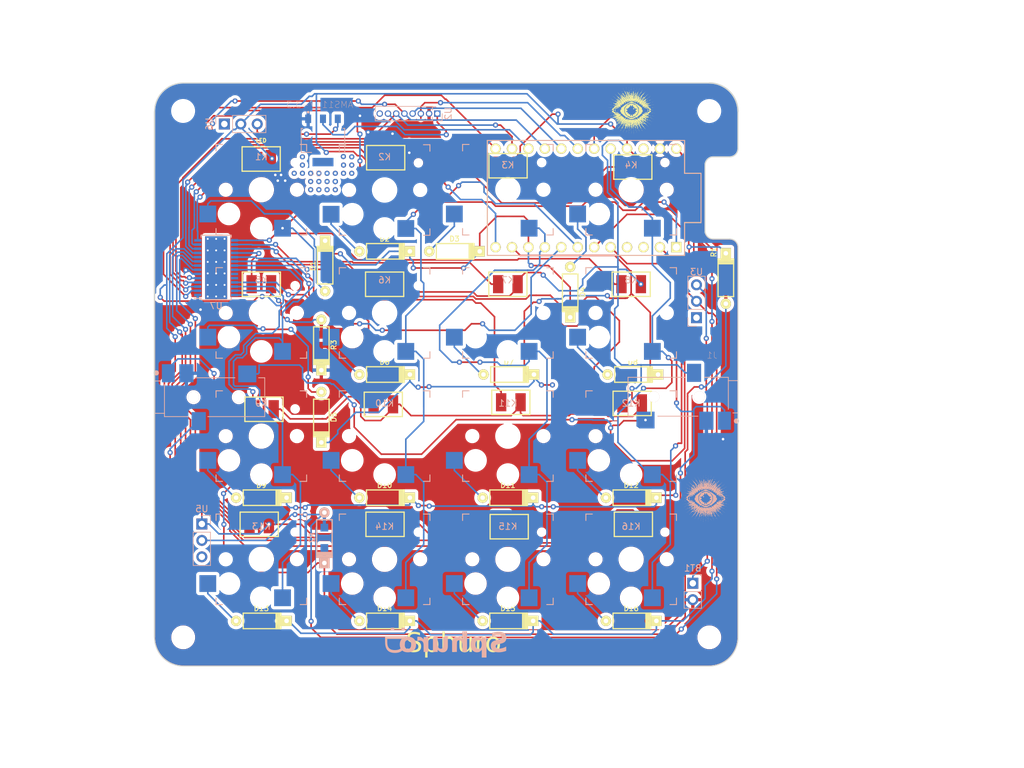
<source format=kicad_pcb>
(kicad_pcb (version 20240108) (generator "pcbnew") (generator_version "8.0")
  (layers (0 "F.Cu" signal) (31 "B.Cu" signal) (34 "B.Paste" user) (35 "F.Paste" user) (36 "B.SilkS" user "B.Silkscreen") (37 "F.SilkS" user "F.Silkscreen") (38 "B.Mask" user) (39 "F.Mask" user) (44 "Edge.Cuts" user))
  (net 0 "")
  (net 1 "/RAW1")
  (net 2 "/GND1")
  (net 3 "Net-(D1-Pad2)")
  (net 4 "/Row1")
  (net 5 "Net-(D2-Pad2)")
  (net 6 "Net-(D3-Pad2)")
  (net 7 "Net-(D4-Pad2)")
  (net 8 "/Row2")
  (net 9 "Net-(D5-Pad2)")
  (net 10 "Net-(D6-Pad2)")
  (net 11 "Net-(D7-Pad2)")
  (net 12 "/Row3")
  (net 13 "Net-(D8-Pad2)")
  (net 14 "Net-(D9-Pad2)")
  (net 15 "/Col1")
  (net 16 "/Col2")
  (net 17 "/Col3")
  (net 18 "Net-(U1-Pad3)")
  (net 19 "Net-(U1-Pad4)")
  (net 20 "Net-(U1-Pad14)")
  (net 21 "Net-(U1-Pad15)")
  (net 22 "Net-(U1-Pad16)")
  (net 23 "Net-(U1-Pad17)")
  (net 24 "Net-(U1-Pad18)")
  (net 25 "Net-(U1-Pad22)")
  (net 26 "Net-(U2-Pad8)")
  (net 27 "Net-(BT1-Pad1)")
  (net 28 "Net-(D10-Pad2)")
  (net 29 "Net-(U3-Pad1)")
  (net 30 "Net-(J1-Pad1)")
  (net 31 "Net-(J1-Pad2)")
  (net 32 "Net-(U2-Pad2)")
  (net 33 "Net-(D11-Pad2)")
  (net 34 "Net-(D12-Pad2)")
  (net 35 "Net-(D13-Pad2)")
  (net 36 "/Row4")
  (net 37 "Net-(D14-Pad2)")
  (net 38 "Net-(D15-Pad2)")
  (net 39 "Net-(D16-Pad2)")
  (net 40 "/VCC1")
  (net 41 "/Col4")
  (net 42 "Net-(U1-Pad12)")
  (net 43 "Net-(R1-Pad2)")
  (net 44 "Net-(U5-Pad3)")
  (net 45 "Net-(U4-Pad3)")
  (net 46 "Net-(U6-Pad1)")
  (net 47 "Net-(D20-Pad2)")
  (net 48 "Net-(D21-Pad2)")
  (net 49 "Net-(D22-Pad2)")
  (net 50 "Net-(D23-Pad2)")
  (net 51 "Net-(D24-Pad2)")
  (net 52 "Net-(D25-Pad2)")
  (net 53 "Net-(D26-Pad2)")
  (net 54 "Net-(D27-Pad2)")
  (net 55 "Net-(D28-Pad2)")
  (net 56 "Net-(D29-Pad2)")
  (net 57 "Net-(D30-Pad2)")
  (net 58 "Net-(D31-Pad2)")
  (net 59 "Net-(D32-Pad2)")
  (net 60 "Net-(D33-Pad2)")
  (net 61 "Net-(D34-Pad2)")
  (net 62 "Net-(D35-Pad2)")
  (net 63 "Net-(U1-Pad13)")
  (net 64 "/GSCLK")
  (net 65 "Net-(U7-Pad23)")
  (net 66 "Net-(U7-Pad24)")
  (net 67 "Net-(U7-Pad29)")
  (net 68 "Net-(R3-Pad2)")
  (footprint "keyswitches:PG1350_socket" (layer "F.Cu") (at 187.96 64.77)
    (property "Reference" "K4")
    (property "Value" "KEYSW")
  )
  (footprint "keyswitches:PG1350_socket" (layer "F.Cu") (at 149.86 83.82)
    (property "Reference" "K6")
    (property "Value" "KEYSW")
  )
  (footprint "keyswitches:PG1350_socket" (layer "F.Cu") (at 168.91 83.82)
    (property "Reference" "K7")
    (property "Value" "KEYSW")
  )
  (footprint "keyswitches:PG1350_socket" (layer "F.Cu") (at 187.96 83.82)
    (property "Reference" "K8")
    (property "Value" "KEYSW")
  )
  (footprint "keyswitches:PG1350_socket" (layer "F.Cu") (at 130.81 102.87)
    (property "Reference" "K9")
    (property "Value" "KEYSW")
  )
  (footprint "keyswitches:PG1350_socket" (layer "F.Cu") (at 149.86 102.87)
    (property "Reference" "K10")
    (property "Value" "KEYSW")
  )
  (footprint "keyswitches:PG1350_socket" (layer "F.Cu") (at 168.91 102.87)
    (property "Reference" "K11")
    (property "Value" "KEYSW")
  )
  (footprint "keyswitches:PG1350_socket" (layer "F.Cu") (at 149.86 121.92)
    (property "Reference" "K14")
    (property "Value" "KEYSW")
  )
  (footprint "keyswitches:PG1350_socket" (layer "F.Cu") (at 187.96 121.92)
    (property "Reference" "K16")
    (property "Value" "KEYSW")
  )
  (footprint "keyboard_parts:D_SOD123_axial" (layer "F.Cu") (at 202.5904 78.4987 -90)
    (property "Reference" "R1")
    (property "Value" "R" (hide yes))
  )
  (footprint "keyswitches:PG1350_socket" (layer "F.Cu") (at 168.91 121.92)
    (property "Reference" "K15")
    (property "Value" "KEYSW")
  )
  (footprint "keyswitches:PG1350_socket" (layer "F.Cu") (at 130.81 121.92)
    (property "Reference" "K13")
    (property "Value" "KEYSW")
  )
  (footprint "keyswitches:PG1350_socket" (layer "F.Cu") (at 168.91 64.77)
    (property "Reference" "K3")
    (property "Value" "KEYSW")
  )
  (footprint "keyswitches:PG1350_socket" (layer "F.Cu") (at 149.86 64.814)
    (property "Reference" "K2")
    (property "Value" "KEYSW")
  )
  (footprint "keyswitches:PG1350_socket" (layer "F.Cu") (at 130.81 83.82)
    (property "Reference" "K5")
    (property "Value" "KEYSW")
  )
  (footprint "foots:ProMicroPinsFlipped" (layer "F.Cu") (at 180.975 66.04 180)
    (property "Reference" "U1" (hide yes))
    (property "Value" "ProMicro")
  )
  (footprint "keyswitches:PG1350_socket" (layer "F.Cu") (at 130.81 64.77)
    (property "Reference" "K1")
    (property "Value" "KEYSW")
  )
  (footprint "foots:C_3528v1" (layer "F.Cu") (at 131.2164 98.7044 180)
    (property "Reference" "D20" (hide yes))
    (property "Value" "LED" (hide yes))
  )
  (footprint "foots:C_3528v1" (layer "F.Cu") (at 149.6568 97.9551 180)
    (property "Reference" "D21" (hide yes))
    (property "Value" "LED" (hide yes))
  )
  (footprint "foots:C_3528v1" (layer "F.Cu") (at 169.3672 97.6376 180)
    (property "Reference" "D22" (hide yes))
    (property "Value" "LED" (hide yes))
  )
  (footprint "foots:C_3528v1" (layer "F.Cu") (at 188.1124 97.8027 180)
    (property "Reference" "D23" (hide yes))
    (property "Value" "LED" (hide yes))
  )
  (footprint "foots:C_3528v1" (layer "F.Cu") (at 130.81 79.375 180)
    (property "Reference" "D24" (hide yes))
    (property "Value" "LED" (hide yes))
  )
  (footprint "foots:C_3528v1" (layer "F.Cu") (at 149.86 79.375 180)
    (property "Reference" "D25" (hide yes))
    (property "Value" "LED" (hide yes))
  )
  (footprint "foots:C_3528v1" (layer "F.Cu") (at 168.91 79.375 180)
    (property "Reference" "D26" (hide yes))
    (property "Value" "LED" (hide yes))
  )
  (footprint "foots:C_3528v1" (layer "F.Cu") (at 187.96 79.375 180)
    (property "Reference" "D27" (hide yes))
    (property "Value" "LED" (hide yes))
  )
  (footprint "foots:C_3528v1" (layer "F.Cu") (at 130.7846 60.0075 180)
    (property "Reference" "D28" (hide yes))
    (property "Value" "LED")
  )
  (footprint "foots:C_3528v1" (layer "F.Cu") (at 150.0251 59.8043 180)
    (property "Reference" "D29" (hide yes))
    (property "Value" "LED" (hide yes))
  )
  (footprint "foots:C_3528v1" (layer "F.Cu") (at 188.214 61.2521 180)
    (property "Reference" "D30" (hide yes))
    (property "Value" "LED" (hide yes))
  )
  (footprint "foots:C_3528v1" (layer "F.Cu") (at 168.9354 61.0489 180)
    (property "Reference" "D31" (hide yes))
    (property "Value" "LED" (hide yes))
  )
  (footprint "foots:C_3528v1" (layer "F.Cu") (at 188.3029 116.4971 180)
    (property "Reference" "D32" (hide yes))
    (property "Value" "LED" (hide yes))
  )
  (footprint "foots:C_3528v1" (layer "F.Cu") (at 169.1132 116.8654 180)
    (property "Reference" "D33" (hide yes))
    (property "Value" "LED" (hide yes))
  )
  (footprint "foots:C_3528v1" (layer "F.Cu") (at 149.9235 116.4971 180)
    (property "Reference" "D34" (hide yes))
    (property "Value" "LED" (hide yes))
  )
  (footprint "foots:C_3528v1" (layer "F.Cu") (at 130.4798 116.4971 180)
    (property "Reference" "D35" (hide yes))
    (property "Value" "LED" (hide yes))
  )
  (footprint "keyswitches:PG1350_socket" (layer "F.Cu") (at 187.96 102.87)
    (property "Reference" "K12")
    (property "Value" "KEYSW")
  )
  (footprint "MountingHole:MountingHole_3.2mm_M3" (layer "F.Cu") (at 200.0377 133.985)
    (property "Reference" "REF**" (hide yes))
    (property "Value" "MountingHole_3.2mm_M3")
  )
  (footprint "MountingHole:MountingHole_3.2mm_M3" (layer "F.Cu") (at 200.025 52.6034)
    (property "Reference" "REF**" (hide yes))
    (property "Value" "MountingHole_3.2mm_M3")
  )
  (footprint "MountingHole:MountingHole_3.2mm_M3" (layer "F.Cu") (at 118.7196 52.5907)
    (property "Reference" "REF**" (hide yes))
    (property "Value" "MountingHole_3.2mm_M3")
  )
  (footprint "MountingHole:MountingHole_3.2mm_M3" (layer "F.Cu") (at 118.7323 133.985)
    (property "Reference" "REF**" (hide yes))
    (property "Value" "MountingHole_3.2mm_M3")
  )
  (footprint "keyboard_parts:D_SOD123_axial" (layer "F.Cu") (at 140.081 88.773 90)
    (property "Reference" "R3")
    (property "Value" "R" (hide yes))
  )
  (footprint "keyboard_parts:D_SOD123_axial_noSMD" (layer "F.Cu") (at 140.6652 76.5556 -90)
    (property "Reference" "D1")
    (property "Value" "D" (hide yes))
  )
  (footprint "keyboard_parts:D_SOD123_axial_noSMD" (layer "F.Cu") (at 149.86 74.295 180)
    (property "Reference" "D2")
    (property "Value" "D" (hide yes))
  )
  (footprint "keyboard_parts:D_SOD123_axial_noSMD" (layer "F.Cu") (at 160.655 74.295 180)
    (property "Reference" "D3")
    (property "Value" "D" (hide yes))
  )
  (footprint "keyboard_parts:D_SOD123_axial_noSMD" (layer "F.Cu") (at 178.5366 80.5942 90)
    (property "Reference" "D4")
    (property "Value" "D" (hide yes))
  )
  (footprint "keyboard_parts:D_SOD123_axial_noSMD" (layer "F.Cu") (at 140.081 99.949 90)
    (property "Reference" "D5")
    (property "Value" "D" (hide yes))
  )
  (footprint "keyboard_parts:D_SOD123_axial_noSMD" (layer "F.Cu") (at 149.86 93.345 180)
    (property "Reference" "D6")
    (property "Value" "D" (hide yes))
  )
  (footprint "keyboard_parts:D_SOD123_axial_noSMD" (layer "F.Cu") (at 169.037 93.345 180)
    (property "Reference" "D7")
    (property "Value" "D" (hide yes))
  )
  (footprint "keyboard_parts:D_SOD123_axial_noSMD" (layer "F.Cu") (at 188.214 93.345 180)
    (property "Reference" "D8")
    (property "Value" "D" (hide yes))
  )
  (footprint "keyboard_parts:D_SOD123_axial_noSMD" (layer "F.Cu") (at 130.81 112.395 180)
    (property "Reference" "D9")
    (property "Value" "D" (hide yes))
  )
  (footprint "keyboard_parts:D_SOD123_axial_noSMD" (layer "F.Cu") (at 149.86 112.395 180)
    (property "Reference" "D10")
    (property "Value" "D" (hide yes))
  )
  (footprint "keyboard_parts:D_SOD123_axial_noSMD" (layer "F.Cu") (at 168.91 112.395 180)
    (property "Reference" "D11")
    (property "Value" "D" (hide yes))
  )
  (footprint "keyboard_parts:D_SOD123_axial_noSMD" (layer "F.Cu") (at 187.96 112.395 180)
    (property "Reference" "D12")
    (property "Value" "D" (hide yes))
  )
  (footprint "keyboard_parts:D_SOD123_axial_noSMD" (layer "F.Cu") (at 130.81 131.445 180)
    (property "Reference" "D13")
    (property "Value" "D" (hide yes))
  )
  (footprint "keyboard_parts:D_SOD123_axial_noSMD" (layer "F.Cu") (at 149.86 131.445 180)
    (property "Reference" "D14")
    (property "Value" "D" (hide yes))
  )
  (footprint "keyboard_parts:D_SOD123_axial_noSMD" (layer "F.Cu") (at 168.91 131.445 180)
    (property "Reference" "D15")
    (property "Value" "D" (hide yes))
  )
  (footprint "keyboard_parts:D_SOD123_axial_noSMD" (layer "F.Cu") (at 187.96 131.445 180)
    (property "Reference" "D16")
    (property "Value" "D" (hide yes))
  )
  (footprint "logo.preety:logo15" (layer "F.Cu") (at 188 52.5)
    (property "Reference" "G***" (hide yes))
    (property "Value" "LOGO" (hide yes))
  )
  (footprint "keyboard_parts:nrf24l01header" (layer "B.Cu") (at 158 53 90)
    (property "Reference" "U2")
    (property "Value" "NRF24L01_Breakout")
  )
  (footprint "Connector_PinHeader_2.54mm:PinHeader_1x03_P2.54mm_Vertical" (layer "B.Cu") (at 198.0565 84.5566)
    (property "Reference" "U3")
    (property "Value" "ADG417BN")
  )
  (footprint "keyboard_parts:D_SOD123_axial" (layer "B.Cu") (at 140.5509 118.5926 90)
    (property "Reference" "R2")
    (property "Value" "R" (hide yes))
  )
  (footprint "Connector_PinHeader_2.54mm:PinHeader_1x03_P2.54mm_Vertical" (layer "B.Cu") (at 121.6152 116.459 180)
    (property "Reference" "U5")
    (property "Value" "ADG417BN")
  )
  (footprint "Connector_PinHeader_2.54mm:PinHeader_1x03_P2.54mm_Vertical" (layer "B.Cu") (at 125.095 54.61 -90)
    (property "Reference" "U6")
    (property "Value" "ADG417BN")
  )
  (footprint "SJ-43514-SMT:CUI_SJ-43514-SMT" (layer "B.Cu") (at 195.2244 96.7867 180)
    (property "Reference" "J1")
    (property "Value" "AudioJack3_Ground" (hide yes))
  )
  (footprint "SJ-43514-SMT:CUI_SJ-43514-SMT" (layer "B.Cu") (at 123.5837 96.8502)
    (property "Reference" "J2")
    (property "Value" "AudioJack3_Ground" (hide yes))
  )
  (footprint "AMS1117-3.3:SOT229P700X180-4N" (layer "B.Cu") (at 140.335 57.15)
    (property "Reference" "U4")
    (property "Value" "AMS1117-3.3")
  )
  (footprint "Package_SO:HTSSOP-28-1EP_4.4x9.7mm_P0.65mm_EP3.4x9.5mm_Mask2.4x6.17mm_ThermalVias" (layer "B.Cu") (at 123.825 76.8223)
    (property "Reference" "U7")
    (property "Value" "TLC5940PWP")
  )
  (footprint "Connector_PinHeader_2.54mm:PinHeader_1x02_P2.54mm_Vertical" (layer "B.Cu") (at 197.485 125.6284 180)
    (property "Reference" "BT1")
    (property "Value" "Battery_Cell")
  )
  (footprint "logo.preety:logo15" (layer "B.Cu") (at 199.5 112.5 180)
    (property "Reference" "G***" (hide yes))
    (property "Value" "LOGO" (hide yes))
  )
  (gr_arc (start 199.39 60.96) (mid 199.761974 60.061974) (end 200.66 59.69) (stroke (width 0.15)) (layer "Edge.Cuts"))
  (gr_arc (start 200.66 72.39) (mid 199.761974 72.018026) (end 199.39 71.12) (stroke (width 0.15)) (layer "Edge.Cuts"))
  (gr_arc (start 203.2 72.39) (mid 204.098026 72.761974) (end 204.47 73.66) (stroke (width 0.15)) (layer "Edge.Cuts"))
  (gr_line (start 200.025 138.43) (end 118.745 138.43) (stroke (width 0.15)) (layer "Edge.Cuts"))
  (gr_line (start 200.66 72.39) (end 203.2 72.39) (stroke (width 0.15)) (layer "Edge.Cuts"))
  (gr_line (start 114.3 52.705) (end 114.3 133.985) (stroke (width 0.2)) (layer "Edge.Cuts"))
  (gr_line (start 199.39 60.96) (end 199.39 71.12) (stroke (width 0.15)) (layer "Edge.Cuts"))
  (gr_line (start 204.47 133.985) (end 204.47 73.66) (stroke (width 0.15)) (layer "Edge.Cuts"))
  (gr_line (start 118.745 48.26) (end 200.025 48.26) (stroke (width 0.15)) (layer "Edge.Cuts"))
  (gr_arc (start 114.3 52.705) (mid 115.60191 49.56191) (end 118.745 48.26) (stroke (width 0.15)) (layer "Edge.Cuts"))
  (gr_line (start 203.2 59.69) (end 200.66 59.69) (stroke (width 0.15)) (layer "Edge.Cuts"))
  (gr_arc (start 204.47 133.985) (mid 203.16809 137.12809) (end 200.025 138.43) (stroke (width 0.15)) (layer "Edge.Cuts"))
  (gr_line (start 204.47 52.705) (end 204.47 58.42) (stroke (width 0.15)) (layer "Edge.Cuts"))
  (gr_arc (start 204.47 58.42) (mid 204.098026 59.318026) (end 203.2 59.69) (stroke (width 0.15)) (layer "Edge.Cuts"))
  (gr_arc (start 118.745 138.43) (mid 115.60191 137.12809) (end 114.3 133.985) (stroke (width 0.15)) (layer "Edge.Cuts"))
  (gr_arc (start 200.025 48.26) (mid 203.16809 49.56191) (end 204.47 52.705) (stroke (width 0.2)) (layer "Edge.Cuts"))
  (gr_text "Sphuro" (at 160.5 135 0) (layer "B.SilkS") (effects (font (size 3 3) (thickness 0.3) (bold yes)) (justify mirror)))
  (gr_text ":D" (at 153.5 132 90) (layer "B.SilkS") (effects (font (size 3 3)) (justify left bottom mirror)))
  (gr_text "Sphuro" (at 160.5 135 0) (layer "F.SilkS") (effects (font (size 3 3) (thickness 0.3))))
  (via (at 142.24 63.5) (size 0.8) (drill 0.4) (layers "F.Cu" "B.Cu") (net 0))
  (via (at 139.7 63.5) (size 0.8) (drill 0.4) (layers "F.Cu" "B.Cu") (net 0))
  (via (at 138.43 63.5) (size 0.8) (drill 0.4) (layers "F.Cu" "B.Cu") (net 0))
  (via (at 142.24 63.5) (size 0.8) (drill 0.4) (layers "F.Cu" "B.Cu") (net 0))
  (via (at 143.51 60.96) (size 0.8) (drill 0.4) (layers "F.Cu" "B.Cu") (net 0))
  (via (at 139.7 62.23) (size 0.8) (drill 0.4) (layers "F.Cu" "B.Cu") (net 0))
  (via (at 137.16 59.69) (size 0.8) (drill 0.4) (layers "F.Cu" "B.Cu") (net 0))
  (via (at 144.78 62.23) (size 0.8) (drill 0.4) (layers "F.Cu" "B.Cu") (net 0))
  (via (at 143.51 62.23) (size 0.8) (drill 0.4) (layers "F.Cu" "B.Cu") (net 0))
  (via (at 142.24 64.77) (size 0.8) (drill 0.4) (layers "F.Cu" "B.Cu") (net 0))
  (via (at 139.7 64.77) (size 0.8) (drill 0.4) (layers "F.Cu" "B.Cu") (net 0))
  (via (at 140.97 64.77) (size 0.8) (drill 0.4) (layers "F.Cu" "B.Cu") (net 0))
  (via (at 138.43 62.23) (size 0.8) (drill 0.4) (layers "F.Cu" "B.Cu") (net 0))
  (via (at 140.97 63.5) (size 0.8) (drill 0.4) (layers "F.Cu" "B.Cu") (net 0))
  (via (at 144.78 60.96) (size 0.8) (drill 0.4) (layers "F.Cu" "B.Cu") (net 0))
  (via (at 137.16 60.96) (size 0.8) (drill 0.4) (layers "F.Cu" "B.Cu") (net 0))
  (via (at 142.24 63.5) (size 0.8) (drill 0.4) (layers "F.Cu" "B.Cu") (net 0))
  (via (at 138.43 64.77) (size 0.8) (drill 0.4) (layers "F.Cu" "B.Cu") (net 0))
  (via (at 137.16 62.23) (size 0.8) (drill 0.4) (layers "F.Cu" "B.Cu") (net 0))
  (via (at 143.4846 59.6392) (size 0.8) (drill 0.4) (layers "F.Cu" "B.Cu") (net 0))
  (via (at 135.89 62.23) (size 0.8) (drill 0.4) (layers "F.Cu" "B.Cu") (net 0))
  (via (at 144.78 59.69) (size 0.8) (drill 0.4) (layers "F.Cu" "B.Cu") (net 0))
  (via (at 142.24 62.23) (size 0.8) (drill 0.4) (layers "F.Cu" "B.Cu") (net 0))
  (via (at 140.97 62.23) (size 0.8) (drill 0.4) (layers "F.Cu" "B.Cu") (net 0))
  (segment (start 196.6722 80.6323) (end 198.0565 82.0166) (width 0.25) (layer "F.Cu") (net 1))
  (segment (start 195.744999 59.219999) (end 195.744999 69.875299) (width 0.25) (layer "F.Cu") (net 1))
  (segment (start 197.638501 71.768801) (end 197.638501 74.979699) (width 0.25) (layer "F.Cu") (net 1))
  (segment (start 200.5584 83.8708) (end 201.175011 84.487411) (width 0.25) (layer "F.Cu") (net 1))
  (segment (start 201.17501 124.395305) (end 201.17501 124.96099) (width 0.25) (layer "F.Cu") (net 1))
  (segment (start 194.945 58.42) (end 195.744999 59.219999) (width 0.25) (layer "F.Cu") (net 1))
  (segment (start 201.175011 84.487411) (end 201.17501 124.395305) (width 0.25) (layer "F.Cu") (net 1))
  (segment (start 195.744999 69.875299) (end 197.30001 71.43031) (width 0.25) (layer "F.Cu") (net 1))
  (segment (start 127.71901 134.45001) (end 119.38 126.111) (width 0.25) (layer "F.Cu") (net 1))
  (segment (start 196.6722 75.946) (end 196.6722 80.6323) (width 0.25) (layer "F.Cu") (net 1))
  (segment (start 197.30001 71.43031) (end 197.638501 71.768801) (width 0.25) (layer "F.Cu") (net 1))
  (segment (start 197.638501 74.979699) (end 196.6722 75.946) (width 0.25) (layer "F.Cu") (net 1))
  (segment (start 193.967698 134.45001) (end 127.71901 134.45001) (width 0.25) (layer "F.Cu") (net 1))
  (segment (start 119.38 126.111) (end 119.38 111.379) (width 0.25) (layer "F.Cu") (net 1))
  (segment (start 195.704854 132.712854) (end 193.967698 134.45001) (width 0.25) (layer "F.Cu") (net 1))
  (segment (start 199.9107 83.8708) (end 200.5584 83.8708) (width 0.25) (layer "F.Cu") (net 1))
  (segment (start 119.38 111.379) (end 116.713 108.712) (width 0.25) (layer "F.Cu") (net 1))
  (segment (start 116.713 108.712) (end 116.713 105.41) (width 0.25) (layer "F.Cu") (net 1))
  (segment (start 197.30001 71.43031) (end 197.32541 71.43031) (width 0.25) (layer "F.Cu") (net 1))
  (segment (start 198.0565 82.0166) (end 199.9107 83.8708) (width 0.25) (layer "F.Cu") (net 1))
  (via (at 201.17501 124.96099) (size 0.8) (drill 0.4) (layers "F.Cu" "B.Cu") (net 1))
  (via (at 195.704854 132.712854) (size 0.8) (drill 0.4) (layers "F.Cu" "B.Cu") (net 1))
  (via (at 116.713 105.41) (size 0.8) (drill 0.4) (layers "F.Cu" "B.Cu") (net 1))
  (segment (start 116.713 104.844315) (end 120.969015 100.5883) (width 0.25) (layer "B.Cu") (net 1))
  (segment (start 201.17501 127.242698) (end 199.84001 128.577698) (width 0.25) (layer "B.Cu") (net 1))
  (segment (start 201.17501 124.96099) (end 201.17501 127.242698) (width 0.25) (layer "B.Cu") (net 1))
  (segment (start 198.0565 82.0166) (end 197.206501 81.166601) (width 0.25) (layer "B.Cu") (net 1))
  (segment (start 116.713 105.41) (end 116.713 104.844315) (width 0.25) (layer "B.Cu") (net 1))
  (segment (start 197.206501 81.166601) (end 197.166601 81.166601) (width 0.25) (layer "B.Cu") (net 1))
  (segment (start 199.84001 128.577698) (end 195.704854 132.712854) (width 0.25) (layer "B.Cu") (net 1))
  (segment (start 147.32 54.61) (end 146.05 53.34) (width 0.25) (layer "F.Cu") (net 2))
  (segment (start 147.32 55.88) (end 147.32 54.61) (width 0.25) (layer "F.Cu") (net 2))
  (segment (start 194.0814 56.7182) (end 195.7705 56.7182) (width 0.25) (layer "F.Cu") (net 2))
  (segment (start 199.8218 82.0166) (end 202.1586 84.3534) (width 0.25) (layer "F.Cu") (net 2))
  (segment (start 198.2343 71.5137) (end 198.24149 71.52089) (width 0.25) (layer "F.Cu") (net 2))
  (segment (start 193.204999 57.594601) (end 194.0814 56.7182) (width 0.25) (layer "F.Cu") (net 2))
  (segment (start 199.5424 79.3623) (end 199.8218 79.6417) (width 0.25) (layer "F.Cu") (net 2))
  (segment (start 198.2343 59.182) (end 198.2343 71.0311) (width 0.25) (layer "F.Cu") (net 2))
  (segment (start 202.1586 84.3534) (end 202.1586 103.3399) (width 0.25) (layer "F.Cu") (net 2))
  (segment (start 156.73 53) (end 156.73 53.707106) (width 0.25) (layer "F.Cu") (net 2))
  (segment (start 192.405 58.42) (end 193.204999 57.620001) (width 0.25) (layer "F.Cu") (net 2))
  (segment (start 198.2343 71.0311) (end 198.2343 71.5137) (width 0.25) (layer "F.Cu") (net 2))
  (segment (start 199.5424 73.6981) (end 199.5424 79.3623) (width 0.25) (layer "F.Cu") (net 2))
  (segment (start 198.24149 72.39719) (end 199.5424 73.6981) (width 0.25) (layer "F.Cu") (net 2))
  (segment (start 195.7705 56.7182) (end 198.2343 59.182) (width 0.25) (layer "F.Cu") (net 2))
  (segment (start 199.8218 79.6417) (end 199.8218 82.0166) (width 0.25) (layer "F.Cu") (net 2))
  (segment (start 193.204999 57.620001) (end 193.204999 57.594601) (width 0.25) (layer "F.Cu") (net 2))
  (segment (start 198.24149 71.52089) (end 198.24149 72.39719) (width 0.25) (layer "F.Cu") (net 2))
  (segment (start 156.73 53) (end 156.73 53.73) (width 0.25) (layer "F.Cu") (net 2))
  (via (at 146.05 53.34) (size 0.8) (drill 0.4) (layers "F.Cu" "B.Cu") (net 2))
  (via (at 133.858 62.484) (size 0.8) (drill 0.4) (layers "F.Cu" "B.Cu") (net 2))
  (via (at 119.126 77.216) (size 0.8) (drill 0.4) (layers "F.Cu" "B.Cu") (net 2))
  (via (at 147.32 55.88) (size 0.8) (drill 0.4) (layers "F.Cu" "B.Cu") (net 2))
  (via (at 132.969 62.484) (size 0.8) (drill 0.4) (layers "F.Cu" "B.Cu") (net 2))
  (via (at 133.35 63.373) (size 0.8) (drill 0.4) (layers "F.Cu" "B.Cu") (net 2))
  (via (at 153.67 59.055) (size 0.8) (drill 0.4) (layers "F.Cu" "B.Cu") (net 2))
  (via (at 121.412 83.312) (size 0.8) (drill 0.4) (layers "F.Cu" "B.Cu") (net 2))
  (via (at 202.1586 103.3399) (size 0.8) (drill 0.4) (layers "F.Cu" "B.Cu") (net 2))
  (via (at 151.0792 56.1086) (size 0.8) (drill 0.4) (layers "F.Cu" "B.Cu") (net 2))
  (via (at 134.493 63.373) (size 0.8) (drill 0.4) (layers "F.Cu" "B.Cu") (net 2))
  (segment (start 119.126 77.036008) (end 119.051992 77.036008) (width 0.25) (layer "B.Cu") (net 2))
  (segment (start 200.3425 103.9368) (end 199.5744 103.1687) (width 0.25) (layer "B.Cu") (net 2))
  (segment (start 202.1586 103.3399) (end 201.5617 103.9368) (width 0.25) (layer "B.Cu") (net 2))
  (segment (start 151.13 55.88) (end 147.32 55.88) (width 0.25) (layer "B.Cu") (net 2))
  (segment (start 153.67 59.055) (end 153.67 58.42) (width 0.25) (layer "B.Cu") (net 2))
  (segment (start 199.5744 103.1687) (end 199.5744 100.4867) (width 0.25) (layer "B.Cu") (net 2))
  (segment (start 120.975 82.875) (end 121.412 83.312) (width 0.25) (layer "B.Cu") (net 2))
  (segment (start 120.975 77.7973) (end 120.175 77.7973) (width 0.25) (layer "B.Cu") (net 2))
  (segment (start 119.413708 77.036008) (end 119.126 77.036008) (width 0.25) (layer "B.Cu") (net 2))
  (segment (start 153.67 58.42) (end 151.13 55.88) (width 0.25) (layer "B.Cu") (net 2))
  (segment (start 201.5617 103.9368) (end 200.3425 103.9368) (width 0.25) (layer "B.Cu") (net 2))
  (segment (start 120.975 81.0473) (end 120.975 82.875) (width 0.25) (layer "B.Cu") (net 2))
  (segment (start 120.175 77.7973) (end 119.413708 77.036008) (width 0.25) (layer "B.Cu") (net 2))
  (segment (start 123.005 66.5) (end 129.291002 66.5) (width 0.25) (layer "B.Cu") (net 3))
  (segment (start 129.291002 66.5) (end 131.291002 68.5) (width 0.25) (layer "B.Cu") (net 3))
  (segment (start 122.535 68.52) (end 122.535 66.97) (width 0.25) (layer "B.Cu") (net 3))
  (segment (start 139.337247 79.127647) (end 140.6652 80.4556) (width 0.25) (layer "B.Cu") (net 3))
  (segment (start 131.291002 68.5) (end 135.050002 68.5) (width 0.25) (layer "B.Cu") (net 3))
  (segment (start 122.535 66.97) (end 123.005 66.5) (width 0.25) (layer "B.Cu") (net 3))
  (segment (start 139 73.44859) (end 139.337247 73.785837) (width 0.25) (layer "B.Cu") (net 3))
  (segment (start 135.050002 68.5) (end 139 72.449998) (width 0.25) (layer "B.Cu") (net 3))
  (segment (start 139 72.449998) (end 139 73.44859) (width 0.25) (layer "B.Cu") (net 3))
  (segment (start 139.337247 73.785837) (end 139.337247 79.127647) (width 0.25) (layer "B.Cu") (net 3))
  (segment (start 167.198001 68.894999) (end 164.555 71.538) (width 0.25) (layer "F.Cu") (net 4))
  (segment (start 171.383999 68.894999) (end 167.198001 68.894999) (width 0.25) (layer "F.Cu") (net 4))
  (segment (start 141.6356 74.676) (end 143.0274 74.676) (width 0.25) (layer "F.Cu") (net 4))
  (segment (start 140.6652 73.7056) (end 141.6356 74.676) (width 0.25) (layer "F.Cu") (net 4))
  (segment (start 140.6652 72.6556) (end 140.6652 73.7056) (width 0.25) (layer "F.Cu") (net 4))
  (segment (start 172.085 73.66) (end 172.085 69.596) (width 0.25) (layer "F.Cu") (net 4))
  (segment (start 154.2923 76.8731) (end 162.0393 76.8731) (width 0.25) (layer "F.Cu") (net 4))
  (segment (start 164.555 71.538) (end 164.555 74.295) (width 0.25) (layer "F.Cu") (net 4))
  (segment (start 178.5366 79.8576) (end 178.5366 82.1692) (width 0.25) (layer "F.Cu") (net 4))
  (segment (start 175.179 76.5) (end 178.5366 79.8576) (width 0.25) (layer "F.Cu") (net 4))
  (segment (start 172.085 69.596) (end 171.383999 68.894999) (width 0.25) (layer "F.Cu") (net 4))
  (segment (start 162.0393 76.8731) (end 162.0647 76.8985) (width 0.25) (layer "F.Cu") (net 4))
  (segment (start 178.5366 82.1692) (end 178.5366 84.4942) (width 0.25) (layer "F.Cu") (net 4))
  (segment (start 172.5 76.5) (end 175.179 76.5) (width 0.25) (layer "F.Cu") (net 4))
  (via (at 154.2923 76.8731) (size 0.8) (drill 0.4) (layers "F.Cu" "B.Cu") (net 4))
  (via (at 143.0274 74.676) (size 0.8) (drill 0.4) (layers "F.Cu" "B.Cu") (net 4))
  (via (at 172.5 76.5) (size 0.8) (drill 0.4) (layers "F.Cu" "B.Cu") (net 4))
  (via (at 162.0647 76.8985) (size 0.8) (drill 0.4) (layers "F.Cu" "B.Cu") (net 4))
  (segment (start 153.76 75.345) (end 154.2923 75.8773) (width 0.25) (layer "B.Cu") (net 4))
  (segment (start 143.0274 74.676) (end 144.7292 76.3778) (width 0.25) (layer "B.Cu") (net 4))
  (segment (start 153.76 74.295) (end 153.76 75.345) (width 0.25) (layer "B.Cu") (net 4))
  (segment (start 154.2923 75.8773) (end 154.2923 76.8731) (width 0.25) (layer "B.Cu") (net 4))
  (segment (start 164.555 74.4082) (end 164.555 74.295) (width 0.25) (layer "B.Cu") (net 4))
  (segment (start 172.085 73.66) (end 172.085 76.085) (width 0.25) (layer "B.Cu") (net 4))
  (segment (start 151.435 74.295) (end 153.76 74.295) (width 0.25) (layer "B.Cu") (net 4))
  (segment (start 150.585 74.295) (end 151.435 74.295) (width 0.25) (layer "B.Cu") (net 4))
  (segment (start 144.7292 76.3778) (end 148.5022 76.3778) (width 0.25) (layer "B.Cu") (net 4))
  (segment (start 162.0647 76.8985) (end 164.555 74.4082) (width 0.25) (layer "B.Cu") (net 4))
  (segment (start 172.085 76.085) (end 172.5 76.5) (width 0.25) (layer "B.Cu") (net 4))
  (segment (start 148.5022 76.3778) (end 150.585 74.295) (width 0.25) (layer "B.Cu") (net 4))
  (segment (start 145.766 74.295) (end 145.96 74.295) (width 0.25) (layer "B.Cu") (net 5))
  (segment (start 141.585 70.114) (end 145.766 74.295) (width 0.25) (layer "B.Cu") (net 5))
  (segment (start 141.585 68.564) (end 141.585 70.114) (width 0.25) (layer "B.Cu") (net 5))
  (segment (start 160.635 70.415) (end 156.755 74.295) (width 0.25) (layer "B.Cu") (net 6))
  (segment (start 160.635 68.52) (end 160.635 70.415) (width 0.25) (layer "B.Cu") (net 6))
  (segment (start 180.975 74.2558) (end 180.975 72.136) (width 0.25) (layer "B.Cu") (net 7))
  (segment (start 179.685 70.846) (end 179.685 68.52) (width 0.25) (layer "B.Cu") (net 7))
  (segment (start 178.5366 76.6942) (end 180.975 74.2558) (width 0.25) (layer "B.Cu") (net 7))
  (segment (start 180.975 72.136) (end 179.685 70.846) (width 0.25) (layer "B.Cu") (net 7))
  (segment (start 171.45 83.566) (end 172.847 82.169) (width 0.25) (layer "F.Cu") (net 8))
  (segment (start 171.45 83.82) (end 171.45 92.908) (width 0.25) (layer "F.Cu") (net 8))
  (segment (start 172.847 82.169) (end 173.609 82.169) (width 0.25) (layer "F.Cu") (net 8))
  (segment (start 187.96 80.645) (end 187.96 77.343) (width 0.25) (layer "F.Cu") (net 8))
  (segment (start 155.0416 95.3008) (end 156.6545 95.3008) (width 0.25) (layer "F.Cu") (net 8))
  (segment (start 187.96 77.343) (end 187.83159 77.343) (width 0.25) (layer "F.Cu") (net 8))
  (segment (start 191.064 93.345) (end 190.914 93.195) (width 0.25) (layer "F.Cu") (net 8))
  (segment (start 190.914 93.345) (end 190.914 92.5957) (width 0.25) (layer "F.Cu") (net 8))
  (segment (start 190.914 93.195) (end 190.914 92.5957) (width 0.25) (layer "F.Cu") (net 8))
  (segment (start 185.41859 74.93) (end 187.83159 77.343) (width 0.25) (layer "F.Cu") (net 8))
  (segment (start 174.0916 94.9579) (end 175.7934 94.9579) (width 0.25) (layer "F.Cu") (net 8))
  (segment (start 171.45 92.908) (end 171.887 93.345) (width 0.25) (layer "F.Cu") (net 8))
  (segment (start 190.914 83.755538) (end 187.96 80.801538) (width 0.25) (layer "F.Cu") (net 8))
  (segment (start 156.6545 95.3008) (end 156.7307 95.2246) (width 0.25) (layer "F.Cu") (net 8))
  (segment (start 171.887 93.345) (end 172.937 93.345) (width 0.25) (layer "F.Cu") (net 8))
  (segment (start 192.114 93.345) (end 191.064 93.345) (width 0.25) (layer "F.Cu") (net 8))
  (segment (start 187.96 80.899) (end 187.96 80.645) (width 0.25) (layer "F.Cu") (net 8))
  (segment (start 187.96 80.801538) (end 187.96 80.645) (width 0.25) (layer "F.Cu") (net 8))
  (segment (start 187.071 81.534) (end 187.325 81.534) (width 0.25) (layer "F.Cu") (net 8))
  (segment (start 169.545 73.66) (end 170.815 74.93) (width 0.25) (layer "F.Cu") (net 8))
  (segment (start 190.914 92.5957) (end 190.914 83.755538) (width 0.25) (layer "F.Cu") (net 8))
  (segment (start 187.052001 81.552999) (end 187.071 81.534) (width 0.25) (layer "F.Cu") (net 8))
  (segment (start 187.325 81.534) (end 187.96 80.899) (width 0.25) (layer "F.Cu") (net 8))
  (segment (start 171.45 83.82) (end 171.45 83.566) (width 0.25) (layer "F.Cu") (net 8))
  (segment (start 184.277 81.153) (end 184.676999 81.552999) (width 0.25) (layer "F.Cu") (net 8))
  (segment (start 170.815 74.93) (end 185.41859 74.93) (width 0.25) (layer "F.Cu") (net 8))
  (segment (start 173.609 82.169) (end 173.736 82.042) (width 0.25) (layer "F.Cu") (net 8))
  (segment (start 184.676999 81.552999) (end 187.052001 81.552999) (width 0.25) (layer "F.Cu") (net 8))
  (via (at 184.277 81.153) (size 0.8) (drill 0.4) (layers "F.Cu" "B.Cu") (net 8))
  (via (at 156.7307 95.2246) (size 0.8) (drill 0.4) (layers "F.Cu" "B.Cu") (net 8))
  (via (at 173.736 82.042) (size 0.8) (drill 0.4) (layers "F.Cu" "B.Cu") (net 8))
  (via (at 155.0416 95.3008) (size 0.8) (drill 0.4) (layers "F.Cu" "B.Cu") (net 8))
  (via (at 175.7934 94.9579) (size 0.8) (drill 0.4) (layers "F.Cu" "B.Cu") (net 8))
  (via (at 174.0916 94.9579) (size 0.8) (drill 0.4) (layers "F.Cu" "B.Cu") (net 8))
  (segment (start 154.6658 95.3008) (end 155.0416 95.3008) (width 0.25) (layer "B.Cu") (net 8))
  (segment (start 176.548999 81.642001) (end 177.183999 81.642001) (width 0.25) (layer "B.Cu") (net 8))
  (segment (start 172.1074 95.2246) (end 172.937 94.395) (width 0.25) (layer "B.Cu") (net 8))
  (segment (start 177.673 81.153) (end 184.277 81.153) (width 0.25) (layer "B.Cu") (net 8))
  (segment (start 176.548999 81.642001) (end 176.675999 81.642001) (width 0.25) (layer "B.Cu") (net 8))
  (segment (start 141.261 103.849) (end 142.621 102.489) (width 0.25) (layer "B.Cu") (net 8))
  (segment (start 153.76 94.395) (end 153.76 93.345) (width 0.25) (layer "B.Cu") (net 8))
  (segment (start 174.135999 81.642001) (end 176.548999 81.642001) (width 0.25) (layer "B.Cu") (net 8))
  (segment (start 145.415 99.187) (end 148.968 99.187) (width 0.25) (layer "B.Cu") (net 8))
  (segment (start 172.937 94.395) (end 172.937 93.345) (width 0.25) (layer "B.Cu") (net 8))
  (segment (start 142.621 101.981) (end 145.415 99.187) (width 0.25) (layer "B.Cu") (net 8))
  (segment (start 148.9923 99.1627) (end 153.76 94.395) (width 0.25) (layer "B.Cu") (net 8))
  (segment (start 140.081 103.849) (end 141.261 103.849) (width 0.25) (layer "B.Cu") (net 8))
  (segment (start 172.937 93.345) (end 172.937 93.8033) (width 0.25) (layer "B.Cu") (net 8))
  (segment (start 156.7307 95.2246) (end 172.1074 95.2246) (width 0.25) (layer "B.Cu") (net 8))
  (segment (start 153.76 94.395) (end 154.6658 95.3008) (width 0.25) (layer "B.Cu") (net 8))
  (segment (start 173.736 82.042) (end 174.135999 81.642001) (width 0.25) (layer "B.Cu") (net 8))
  (segment (start 142.621 102.489) (end 142.621 101.981) (width 0.25) (layer "B.Cu") (net 8))
  (segment (start 148.968 99.187) (end 148.9923 99.1627) (width 0.25) (layer "B.Cu") (net 8))
  (segment (start 172.937 93.8033) (end 174.0916 94.9579) (width 0.25) (layer "B.Cu") (net 8))
  (segment (start 177.183999 81.642001) (end 177.673 81.153) (width 0.25) (layer "B.Cu") (net 8))
  (segment (start 135.382 86.36) (end 131.149 86.36) (width 0.25) (layer "F.Cu") (net 9))
  (segment (start 138.049 93.726) (end 138.049 95.504) (width 0.25) (layer "F.Cu") (net 9))
  (segment (start 138.049 95.504) (end 138.594 96.049) (width 0.25) (layer "F.Cu") (net 9))
  (segment (start 138.594 96.049) (end 140.081 96.049) (width 0.25) (layer "F.Cu") (net 9))
  (segment (start 131.149 86.36) (end 131.064 86.275) (width 0.25) (layer "F.Cu") (net 9))
  (via (at 138.049 93.726) (size 0.8) (drill 0.4) (layers "F.Cu" "B.Cu") (net 9))
  (via (at 131.064 86.275) (size 0.8) (drill 0.4) (layers "F.Cu" "B.Cu") (net 9))
  (via (at 135.382 86.36) (size 0.8) (drill 0.4) (layers "F.Cu" "B.Cu") (net 9))
  (segment (start 131.064 86.275) (end 130.246538 86.275) (width 0.25) (layer "B.Cu") (net 9))
  (segment (start 129.716537 85.744999) (end 122.810001 85.744999) (width 0.25) (layer "B.Cu") (net 9))
  (segment (start 130.246538 86.275) (end 129.716537 85.744999) (width 0.25) (layer "B.Cu") (net 9))
  (segment (start 135.382 86.36) (end 138.049 89.027) (width 0.25) (layer "B.Cu") (net 9))
  (segment (start 135.382 86.4478) (end 135.382 86.36) (width 0.25) (layer "B.Cu") (net 9))
  (segment (start 122.535 86.02) (end 122.535 87.57) (width 0.25) (layer "B.Cu") (net 9))
  (segment (start 122.810001 85.744999) (end 122.535 86.02) (width 0.25) (layer "B.Cu") (net 9))
  (segment (start 138.049 89.027) (end 138.049 93.726) (width 0.25) (layer "B.Cu") (net 9))
  (segment (start 141.585 89.12) (end 145.81 93.345) (width 0.25) (layer "B.Cu") (net 10))
  (segment (start 141.585 87.57) (end 141.585 89.12) (width 0.25) (layer "B.Cu") (net 10))
  (segment (start 145.81 93.345) (end 145.96 93.345) (width 0.25) (layer "B.Cu") (net 10))
  (segment (start 164.86 93.345) (end 165.137 93.345) (width 0.25) (layer "B.Cu") (net 11))
  (segment (start 160.635 87.57) (end 160.635 89.12) (width 0.25) (layer "B.Cu") (net 11))
  (segment (start 160.635 89.12) (end 164.86 93.345) (width 0.25) (layer "B.Cu") (net 11))
  (segment (start 136.125301 113.9317) (end 137.575301 113.9317) (width 0.25) (layer "F.Cu") (net 12))
  (segment (start 192.241 112.014) (end 191.86 112.395) (width 0.25) (layer "F.Cu") (net 12))
  (segment (start 195.230699 103.968601) (end 194.818 104.3813) (width 0.25) (layer "F.Cu") (net 12))
  (segment (start 195.3514 76.6064) (end 195.3514 76.8223) (width 0.25) (layer "F.Cu") (net 12))
  (segment (start 156.6799 113.6142) (end 156.7561 113.6904) (width 0.25) (layer "F.Cu") (net 12))
  (segment (start 195.751399 103.968601) (end 195.230699 103.968601) (width 0.25) (layer "F.Cu") (net 12))
  (segment (start 195.751399 77.222299) (end 195.751399 103.968601) (width 0.25) (layer "F.Cu") (net 12))
  (segment (start 174.1297 113.792) (end 175.9204 113.792) (width 0.25) (layer "F.Cu") (net 12))
  (segment (start 155.0797 113.6142) (end 156.6799 113.6142) (width 0.25) (layer "F.Cu") (net 12))
  (segment (start 192.405 73.66) (end 195.3514 76.6064) (width 0.25) (layer "F.Cu") (net 12))
  (segment (start 195.3514 76.8223) (end 195.751399 77.222299) (width 0.25) (layer "F.Cu") (net 12))
  (segment (start 194.855 112.014) (end 192.241 112.014) (width 0.25) (layer "F.Cu") (net 12))
  (segment (start 137.4775 113.9317) (end 137.575301 113.9317) (width 0.25) (layer "F.Cu") (net 12))
  (via (at 174.1297 113.792) (size 0.8) (drill 0.4) (layers "F.Cu" "B.Cu") (net 12))
  (via (at 194.855 112.014) (size 0.8) (drill 0.4) (layers "F.Cu" "B.Cu") (net 12))
  (via (at 136.125301 113.9317) (size 0.8) (drill 0.4) (layers "F.Cu" "B.Cu") (net 12))
  (via (at 155.0797 113.6142) (size 0.8) (drill 0.4) (layers "F.Cu" "B.Cu") (net 12))
  (via (at 175.9204 113.792) (size 0.8) (drill 0.4) (layers "F.Cu" "B.Cu") (net 12))
  (via (at 137.575301 113.9317) (size 0.8) (drill 0.4) (layers "F.Cu" "B.Cu") (net 12))
  (via (at 194.818 104.3813) (size 0.8) (drill 0.4) (layers "F.Cu" "B.Cu") (net 12))
  (via (at 156.7561 113.6904) (size 0.8) (drill 0.4) (layers "F.Cu" "B.Cu") (net 12))
  (segment (start 172.81 113.445) (end 173.157 113.792) (width 0.25) (layer "B.Cu") (net 12))
  (segment (start 137.9753 113.531701) (end 153.673299 113.531701) (width 0.25) (layer "B.Cu") (net 12))
  (segment (start 172.81 113.445) (end 172.81 112.395) (width 0.25) (layer "B.Cu") (net 12))
  (segment (start 194.855 110.25359) (end 194.0814 109.47999) (width 0.25) (layer "B.Cu") (net 12))
  (segment (start 137.575301 113.9317) (end 137.9753 113.531701) (width 0.25) (layer "B.Cu") (net 12))
  (segment (start 153.76 112.395) (end 153.8605 112.395) (width 0.25) (layer "B.Cu") (net 12))
  (segment (start 156.7561 113.6904) (end 172.5646 113.6904) (width 0.25) (layer "B.Cu") (net 12))
  (segment (start 194.0814 105.1179) (end 194.818 104.3813) (width 0.25) (layer "B.Cu") (net 12))
  (segment (start 175.9204 113.792) (end 191.513 113.792) (width 0.25) (layer "B.Cu") (net 12))
  (segment (start 134.71 113.445) (end 135.1967 113.9317) (width 0.25) (layer "B.Cu") (net 12))
  (segment (start 134.71 112.395) (end 134.71 113.445) (width 0.25) (layer "B.Cu") (net 12))
  (segment (start 172.5646 113.6904) (end 172.81 113.445) (width 0.25) (layer "B.Cu") (net 12))
  (segment (start 153.673299 113.531701) (end 153.76 113.445) (width 0.25) (layer "B.Cu") (net 12))
  (segment (start 194.855 112.014) (end 194.855 110.25359) (width 0.25) (layer "B.Cu") (net 12))
  (segment (start 191.86 113.445) (end 191.86 112.395) (width 0.25) (layer "B.Cu") (net 12))
  (segment (start 173.157 113.792) (end 174.1297 113.792) (width 0.25) (layer "B.Cu") (net 12))
  (segment (start 191.513 113.792) (end 191.86 113.445) (width 0.25) (layer "B.Cu") (net 12))
  (segment (start 194.0814 109.47999) (end 194.0814 105.1179) (width 0.25) (layer "B.Cu") (net 12))
  (segment (start 153.8605 112.395) (end 155.0797 113.6142) (width 0.25) (layer "B.Cu") (net 12))
  (segment (start 153.76 113.445) (end 153.76 112.395) (width 0.25) (layer "B.Cu") (net 12))
  (segment (start 135.1967 113.9317) (end 136.125301 113.9317) (width 0.25) (layer "B.Cu") (net 12))
  (segment (start 183.91 93.345) (end 179.685 89.12) (width 0.25) (layer "B.Cu") (net 13))
  (segment (start 184.314 93.345) (end 183.91 93.345) (width 0.25) (layer "B.Cu") (net 13))
  (segment (start 183.91 93.345) (end 184.06 93.345) (width 0.25) (layer "B.Cu") (net 13))
  (segment (start 179.685 89.12) (end 179.685 87.57) (width 0.25) (layer "B.Cu") (net 13))
  (segment (start 122.535 108.17) (end 126.76 112.395) (width 0.25) (layer "B.Cu") (net 14))
  (segment (start 126.76 112.395) (end 126.91 112.395) (width 0.25) (layer "B.Cu") (net 14))
  (segment (start 122.535 106.62) (end 122.535 108.17) (width 0.25) (layer "B.Cu") (net 14))
  (segment (start 138.988099 65.989901) (end 135.128 69.85) (width 0.25) (layer "F.Cu") (net 15))
  (segment (start 150.876 67.564) (end 148.082 67.564) (width 0.25) (layer "F.Cu") (net 15))
  (segment (start 159.385 66.04) (end 152.4 66.04) (width 0.25) (layer "F.Cu") (net 15))
  (segment (start 134.955 69.85) (end 134.085 70.72) (width 0.25) (layer "F.Cu") (net 15))
  (segment (start 148.082 67.564) (end 146.507901 65.989901) (width 0.25) (layer "F.Cu") (net 15))
  (segment (start 161.29 64.135) (end 159.385 66.04) (width 0.25) (layer "F.Cu") (net 15))
  (segment (start 135.128 69.85) (end 134.955 69.85) (width 0.25) (layer "F.Cu") (net 15))
  (segment (start 152.4 66.04) (end 150.876 67.564) (width 0.25) (layer "F.Cu") (net 15))
  (segment (start 146.507901 65.989901) (end 138.988099 65.989901) (width 0.25) (layer "F.Cu") (net 15))
  (via (at 161.29 64.135) (size 0.8) (drill 0.4) (layers "F.Cu" "B.Cu") (net 15))
  (via (at 134.085 70.72) (size 0.8) (drill 0.4) (layers "F.Cu" "B.Cu") (net 15))
  (segment (start 136.850301 110.035301) (end 136.850301 119.639365) (width 0.25) (layer "B.Cu") (net 15))
  (segment (start 126.5174 91.2876) (end 126.5174 94.9325) (width 0.25) (layer "B.Cu") (net 15))
  (segment (start 134.085 88.22) (end 133.5458 87.6808) (width 0.25) (layer "B.Cu") (net 15))
  (segment (start 138.887237 73.972237) (end 138.887237 79.635165) (width 0.25) (layer "B.Cu") (net 15))
  (segment (start 165.227 65.151) (end 165.227 64.135) (width 0.25) (layer "B.Cu") (net 15))
  (segment (start 127.0508 90.7542) (end 126.5174 91.2876) (width 0.25) (layer "B.Cu") (net 15))
  (segment (start 126.5174 94.9325) (end 126.7333 95.1484) (width 0.25) (layer "B.Cu") (net 15))
  (segment (start 134.085 70.72) (end 135.635 70.72) (width 0.25) (layer "B.Cu") (net 15))
  (segment (start 130.553698 95.742998) (end 130.553698 97.292398) (width 0.25) (layer "B.Cu") (net 15))
  (segment (start 134.085 83.7454) (end 134.085 89.77) (width 0.25) (layer "B.Cu") (net 15))
  (segment (start 126.7333 95.1484) (end 129.9591 95.1484) (width 0.25) (layer "B.Cu") (net 15))
  (segment (start 136.850301 119.639365) (end 134.085 122.404666) (width 0.25) (layer "B.Cu") (net 15))
  (segment (start 135.7376 82.0928) (end 134.085 83.7454) (width 0.25) (layer "B.Cu") (net 15))
  (segment (start 129.9591 95.1484) (end 130.553698 95.742998) (width 0.25) (layer "B.Cu") (net 15))
  (segment (start 172.974 66.929) (end 167.64 66.929) (width 0.25) (layer "B.Cu") (net 15))
  (segment (start 167.005 66.929) (end 165.227 65.151) (width 0.25) (layer "B.Cu") (net 15))
  (segment (start 161.830901 63.594099) (end 161.29 64.135) (width 0.25) (layer "B.Cu") (net 15))
  (segment (start 165.227 64.135) (end 164.686099 63.594099) (width 0.25) (layer "B.Cu") (net 15))
  (segment (start 135.635 70.72) (end 138.887237 73.972237) (width 0.25) (layer "B.Cu") (net 15))
  (segment (start 134.085 122.404666) (end 134.085 126.32) (width 0.25) (layer "B.Cu") (net 15))
  (segment (start 134.085 100.8237) (end 134.085 108.82) (width 0.25) (layer "B.Cu") (net 15))
  (segment (start 134.085 89.77) (end 133.511002 89.77) (width 0.25) (layer "B.Cu") (net 15))
  (segment (start 129.8829 87.6808) (end 128.5367 89.027) (width 0.25) (layer "B.Cu") (net 15))
  (segment (start 179.705 73.66) (end 172.974 66.929) (width 0.25) (layer "B.Cu") (net 15))
  (segment (start 127.8763 90.7542) (end 127.0508 90.7542) (width 0.25) (layer "B.Cu") (net 15))
  (segment (start 167.64 66.929) (end 167.005 66.929) (width 0.25) (layer "B.Cu") (net 15))
  (segment (start 135.635 108.82) (end 136.850301 110.035301) (width 0.25) (layer "B.Cu") (net 15))
  (segment (start 133.5458 87.6808) (end 129.8829 87.6808) (width 0.25) (layer "B.Cu") (net 15))
  (segment (start 134.085 126.32) (end 134.085 127.87) (width 0.25) (layer "B.Cu") (net 15))
  (segment (start 164.686099 63.594099) (end 161.830901 63.594099) (width 0.25) (layer "B.Cu") (net 15))
  (segment (start 134.085 108.82) (end 135.635 108.82) (width 0.25) (layer "B.Cu") (net 15))
  (segment (start 128.5367 89.027) (end 128.5367 90.0938) (width 0.25) (layer "B.Cu") (net 15))
  (segment (start 128.5367 90.0938) (end 127.8763 90.7542) (width 0.25) (layer "B.Cu") (net 15))
  (segment (start 134.085 89.77) (end 134.085 88.22) (width 0.25) (layer "B.Cu") (net 15))
  (segment (start 130.553698 97.292398) (end 134.085 100.8237) (width 0.25) (layer "B.Cu") (net 15))
  (segment (start 138.887237 79.635165) (end 136.429602 82.0928) (width 0.25) (layer "B.Cu") (net 15))
  (segment (start 136.429602 82.0928) (end 135.7376 82.0928) (width 0.25) (layer "B.Cu") (net 15))
  (segment (start 157.48 66.675) (end 156.21 66.675) (width 0.25) (layer "F.Cu") (net 16))
  (segment (start 156.21 66.675) (end 154.305 68.58) (width 0.25) (layer "F.Cu") (net 16))
  (segment (start 180.975 66.675) (end 180.34 67.31) (width 0.25) (layer "F.Cu") (net 16))
  (segment (start 186.69 67.945) (end 185.42 66.675) (width 0.25) (layer "F.Cu") (net 16))
  (segment (start 188.595 67.945) (end 186.69 67.945) (width 0.25) (layer "F.Cu") (net 16))
  (segment (start 180.34 67.31) (end 167.005 67.31) (width 0.25) (layer "F.Cu") (net 16))
  (segment (start 166.37 66.675) (end 165.1 66.675) (width 0.25) (layer "F.Cu") (net 16))
  (segment (start 185.42 66.675) (end 180.975 66.675) (width 0.25) (layer "F.Cu") (net 16))
  (segment (start 193.04 66.675) (end 190.5 66.675) (width 0.25) (layer "F.Cu") (net 16))
  (segment (start 165.1 66.675) (end 157.48 66.675) (width 0.25) (layer "F.Cu") (net 16))
  (segment (start 190.5 66.675) (end 189.865 66.675) (width 0.25) (layer "F.Cu") (net 16))
  (segment (start 189.865 66.675) (end 188.595 67.945) (width 0.25) (layer "F.Cu") (net 16))
  (segment (start 167.005 67.31) (end 166.37 66.675) (width 0.25) (layer "F.Cu") (net 16))
  (via (at 193.04 66.675) (size 0.8) (drill 0.4) (layers "F.Cu" "B.Cu") (net 16))
  (via (at 154.305 68.58) (size 0.8) (drill 0.4) (layers "F.Cu" "B.Cu") (net 16))
  (segment (start 153.135 88.22) (end 153.135 89.77) (width 0.25) (layer "B.Cu") (net 16))
  (segment (start 155.900301 110.035301) (end 155.900301 119.639365) (width 0.25) (layer "B.Cu") (net 16))
  (segment (start 153.135 103.354666) (end 153.135 107.27) (width 0.25) (layer "B.Cu") (net 16))
  (segment (start 153.135 126.32) (end 153.135 127.87) (width 0.25) (layer "B.Cu") (net 16))
  (segment (start 194.945 68.58) (end 193.04 66.675) (width 0.25) (layer "B.Cu") (net 16))
  (segment (start 153.135 89.77) (end 154.685 89.77) (width 0.25) (layer "B.Cu") (net 16))
  (segment (start 153.135 69.75) (end 153.135 70.764) (width 0.25) (layer "B.Cu") (net 16))
  (segment (start 153.135 70.764) (end 154.685 70.764) (width 0.25) (layer "B.Cu") (net 16))
  (segment (start 155.900301 119.639365) (end 153.135 122.404666) (width 0.25) (layer "B.Cu") (net 16))
  (segment (start 155.473745 78.799699) (end 155.900301 79.226255) (width 0.25) (layer "B.Cu") (net 16))
  (segment (start 155.900301 81.539365) (end 153.135 84.304666) (width 0.25) (layer "B.Cu") (net 16))
  (segment (start 153.135 108.82) (end 154.685 108.82) (width 0.25) (layer "B.Cu") (net 16))
  (segment (start 154.685 70.764) (end 155.473745 71.552745) (width 0.25) (layer "B.Cu") (net 16))
  (segment (start 155.473745 71.552745) (end 155.473745 78.799699) (width 0.25) (layer "B.Cu") (net 16))
  (segment (start 155.900301 100.589365) (end 153.135 103.354666) (width 0.25) (layer "B.Cu") (net 16))
  (segment (start 154.685 108.82) (end 155.900301 110.035301) (width 0.25) (layer "B.Cu") (net 16))
  (segment (start 154.305 68.58) (end 153.135 69.75) (width 0.25) (layer "B.Cu") (net 16))
  (segment (start 155.900301 79.226255) (end 155.900301 81.539365) (width 0.25) (layer "B.Cu") (net 16))
  (segment (start 194.945 73.66) (end 194.945 68.58) (width 0.25) (layer "B.Cu") (net 16))
  (segment (start 155.900301 90.985301) (end 155.900301 100.589365) (width 0.25) (layer "B.Cu") (net 16))
  (segment (start 153.135 107.27) (end 153.135 108.82) (width 0.25) (layer "B.Cu") (net 16))
  (segment (start 154.685 89.77) (end 155.900301 90.985301) (width 0.25) (layer "B.Cu") (net 16))
  (segment (start 153.135 122.404666) (end 153.135 126.32) (width 0.25) (layer "B.Cu") (net 16))
  (segment (start 153.135 84.304666) (end 153.135 88.22) (width 0.25) (layer "B.Cu") (net 16))
  (segment (start 164.465 91.44) (end 164.592 91.44) (width 0.25) (layer "F.Cu") (net 17))
  (segment (start 161.417 91.44) (end 164.465 91.44) (width 0.25) (layer "F.Cu") (net 17))
  (via (at 161.417 91.44) (size 0.8) (drill 0.4) (layers "F.Cu" "B.Cu") (net 17))
  (via (at 164.592 91.44) (size 0.8) (drill 0.4) (layers "F.Cu" "B.Cu") (net 17))
  (segment (start 174.950301 90.985301) (end 174.950301 100.589365) (width 0.25) (layer "B.Cu") (net 17))
  (segment (start 174.950301 110.035301) (end 174.950301 119.639365) (width 0.25) (layer "B.Cu") (net 17))
  (segment (start 174.950301 100.589365) (end 172.185 103.354666) (width 0.25) (layer "B.Cu") (net 17))
  (segment (start 166.868999 77.225001) (end 158.369 85.725) (width 0.25) (layer "B.Cu") (net 17))
  (segment (start 174.625 72.52863) (end 174.625 73.66) (width 0.25) (layer "B.Cu") (net 17))
  (segment (start 172.185 126.32) (end 172.185 127.87) (width 0.25) (layer "B.Cu") (net 17))
  (segment (start 174.625 71.61) (end 174.625 72.52863) (width 0.25) (layer "B.Cu") (net 17))
  (segment (start 173.735 89.77) (end 174.950301 90.985301) (width 0.25) (layer "B.Cu") (net 17))
  (segment (start 172.185 122.404666) (end 172.185 126.32) (width 0.25) (layer "B.Cu") (net 17))
  (segment (start 158.369 89.535) (end 160.274 91.44) (width 0.25) (layer "B.Cu") (net 17))
  (segment (start 172.185 91.32) (end 172.185 89.77) (width 0.25) (layer "B.Cu") (net 17))
  (segment (start 164.592 91.44) (end 167.259 91.44) (width 0.25) (layer "B.Cu") (net 17))
  (segment (start 174.625 73.66) (end 173.825001 74.459999) (width 0.25) (layer "B.Cu") (net 17))
  (segment (start 170.170999 77.225001) (end 166.868999 77.225001) (width 0.25) (layer "B.Cu") (net 17))
  (segment (start 171.557 91.948) (end 172.185 91.32) (width 0.25) (layer "B.Cu") (net 17))
  (segment (start 173.735 70.72) (end 174.625 71.61) (width 0.25) (layer "B.Cu") (net 17))
  (segment (start 171.967001 77.225001) (end 170.170999 77.225001) (width 0.25) (layer "B.Cu") (net 17))
  (segment (start 167.767 91.948) (end 171.557 91.948) (width 0.25) (layer "B.Cu") (net 17))
  (segment (start 167.259 91.44) (end 167.767 91.948) (width 0.25) (layer "B.Cu") (net 17))
  (segment (start 173.825001 76.248001) (end 172.848001 77.225001) (width 0.25) (layer "B.Cu") (net 17))
  (segment (start 172.185 70.72) (end 173.735 70.72) (width 0.25) (layer "B.Cu") (net 17))
  (segment (start 173.825001 74.459999) (end 173.825001 76.248001) (width 0.25) (layer "B.Cu") (net 17))
  (segment (start 172.185 103.354666) (end 172.185 107.27) (width 0.25) (layer "B.Cu") (net 17))
  (segment (start 171.967001 77.225001) (end 171.958 77.216) (width 0.25) (layer "B.Cu") (net 17))
  (segment (start 160.274 91.44) (end 161.417 91.44) (width 0.25) (layer "B.Cu") (net 17))
  (segment (start 158.369 85.725) (end 158.369 89.535) (width 0.25) (layer "B.Cu") (net 17))
  (segment (start 172.185 108.82) (end 173.735 108.82) (width 0.25) (layer "B.Cu") (net 17))
  (segment (start 173.735 108.82) (end 174.950301 110.035301) (width 0.25) (layer "B.Cu") (net 17))
  (segment (start 172.848001 77.225001) (end 171.967001 77.225001) (width 0.25) (layer "B.Cu") (net 17))
  (segment (start 172.185 107.27) (end 172.185 108.82) (width 0.25) (layer "B.Cu") (net 17))
  (segment (start 174.950301 119.639365) (end 172.185 122.404666) (width 0.25) (layer "B.Cu") (net 17))
  (segment (start 172.185 89.77) (end 173.735 89.77) (width 0.25) (layer "B.Cu") (net 17))
  (segment (start 124.714 56.896) (end 147.754 56.896) (width 0.25) (layer "F.Cu") (net 20))
  (segment (start 118.694517 63.042483) (end 118.694517 62.915483) (width 0.25) (layer "F.Cu") (net 20))
  (segment (start 119.128723 78.3723) (end 118.988423 78.232) (width 0.25) (layer "F.Cu") (net 20))
  (segment (start 167.775 54.775) (end 169.545 56.545) (width 0.25) (layer "F.Cu") (net 20))
  (segment (start 147.754 56.896) (end 151.65 53) (width 0.25) (layer "F.Cu") (net 20))
  (segment (start 119.694408 78.3723) (end 119.128723 78.3723) (width 0.25) (layer "F.Cu") (net 20))
  (segment (start 167 54.775) (end 167.775 54.775) (width 0.25) (layer "F.Cu") (net 20))
  (segment (start 118.49241 78.232) (end 117.61302 77.35261) (width 0.25) (layer "F.Cu") (net 20))
  (segment (start 117.61302 64.12398) (end 118.694517 63.042483) (width 0.25) (layer "F.Cu") (net 20))
  (segment (start 118.694517 62.915483) (end 124.714 56.896) (width 0.25) (layer "F.Cu") (net 20))
  (segment (start 169.545 56.545) (end 169.545 58.42) (width 0.25) (layer "F.Cu") (net 20))
  (segment (start 117.61302 77.35261) (end 117.61302 64.12398) (width 0.25) (layer "F.Cu") (net 20))
  (segment (start 118.988423 78.232) (end 118.49241 78.232) (width 0.25) (layer "F.Cu") (net 20))
  (via (at 119.694408 78.3723) (size 0.8) (drill 0.4) (layers "F.Cu" "B.Cu") (net 20))
  (via (at 167 54.775) (size 0.8) (drill 0.4) (layers "F.Cu" "B.Cu") (net 20))
  (segment (start 119.769408 78.4473) (end 119.694408 78.3723) (width 0.25) (layer "B.Cu") (net 20))
  (segment (start 153.425 54.775) (end 151.65 53) (width 0.25) (layer "B.Cu") (net 20))
  (segment (start 120.975 78.4473) (end 119.769408 78.4473) (width 0.25) (layer "B.Cu") (net 20))
  (segment (start 167 54.775) (end 153.425 54.775) (width 0.25) (layer "B.Cu") (net 20))
  (segment (start 150.38 53) (end 152.88 55.5) (width 0.25) (layer "B.Cu") (net 21))
  (segment (start 152.88 55.5) (end 169.165 55.5) (width 0.25) (layer "B.Cu") (net 21))
  (segment (start 171.285001 57.620001) (end 172.085 58.42) (width 0.25) (layer "B.Cu") (net 21))
  (segment (start 169.165 55.5) (end 171.285001 57.620001) (width 0.25) (layer "B.Cu") (net 21))
  (segment (start 145.796 51.054) (end 126.746 51.054) (width 0.25) (layer "F.Cu") (net 22))
  (segment (start 152.92 53) (end 151.482 51.562) (width 0.25) (layer "F.Cu") (net 22))
  (segment (start 117.16301 77.53901) (end 117.16301 61.39899) (width 0.25) (layer "F.Cu") (net 22))
  (segment (start 117.16301 61.39899) (end 123.19 55.372) (width 0.25) (layer "F.Cu") (net 22))
  (segment (start 119.126495 79.221539) (end 118.726496 78.82154) (width 0.25) (layer "F.Cu") (net 22))
  (segment (start 151.482 51.562) (end 149.86 51.562) (width 0.25) (layer "F.Cu") (net 22))
  (segment (start 118.44554 78.82154) (end 117.16301 77.53901) (width 0.25) (layer "F.Cu") (net 22))
  (segment (start 123.19 55.372) (end 123.19 54.619306) (width 0.25) (layer "F.Cu") (net 22))
  (segment (start 118.726496 78.82154) (end 118.44554 78.82154) (width 0.25) (layer "F.Cu") (net 22))
  (segment (start 123.19 54.619306) (end 123.258153 54.551153) (width 0.25) (layer "F.Cu") (net 22))
  (via (at 149.86 51.562) (size 0.8) (drill 0.4) (layers "F.Cu" "B.Cu") (net 22))
  (via (at 119.126495 79.221539) (size 0.8) (drill 0.4) (layers "F.Cu" "B.Cu") (net 22))
  (via (at 123.258153 54.551153) (size 0.8) (drill 0.4) (layers "F.Cu" "B.Cu") (net 22))
  (via (at 126.746 51.054) (size 0.8) (drill 0.4) (layers "F.Cu" "B.Cu") (net 22))
  (via (at 145.796 51.054) (size 0.8) (drill 0.4) (layers "F.Cu" "B.Cu") (net 22))
  (segment (start 146.558 51.562) (end 146.304 51.562) (width 0.25) (layer "B.Cu") (net 22))
  (segment (start 152.92 53) (end 153.92 54) (width 0.25) (layer "B.Cu") (net 22))
  (segment (start 126.746 51.054) (end 126.180315 51.054) (width 0.25) (layer "B.Cu") (net 22))
  (segment (start 125.427621 51.806694) (end 125.427621 51.816) (width 0.25) (layer "B.Cu") (net 22))
  (segment (start 149.86 51.562) (end 146.558 51.562) (width 0.25) (layer "B.Cu") (net 22))
  (segment (start 173.825001 57.620001) (end 174.625 58.42) (width 0.25) (layer "B.Cu") (net 22))
  (segment (start 119.250734 79.0973) (end 119.126495 79.221539) (width 0.25) (layer "B.Cu") (net 22))
  (segment (start 153.92 54) (end 170.205 54) (width 0.25) (layer "B.Cu") (net 22))
  (segment (start 126.180315 51.054) (end 125.427621 51.806694) (width 0.25) (layer "B.Cu") (net 22))
  (segment (start 170.205 54) (end 173.825001 57.620001) (width 0.25) (layer "B.Cu") (net 22))
  (segment (start 120.975 79.0973) (end 119.250734 79.0973) (width 0.25) (layer "B.Cu") (net 22))
  (segment (start 146.304 51.562) (end 145.796 51.054) (width 0.25) (layer "B.Cu") (net 22))
  (segment (start 123.258153 54.551153) (end 123.258153 53.985468) (width 0.25) (layer "B.Cu") (net 22))
  (segment (start 123.258153 53.985468) (end 125.427621 51.816) (width 0.25) (layer "B.Cu") (net 22))
  (segment (start 155.015001 52.174999) (end 170.919999 52.174999) (width 0.25) (layer "B.Cu") (net 23))
  (segment (start 154.19 53) (end 155.015001 52.174999) (width 0.25) (layer "B.Cu") (net 23))
  (segment (start 176.365001 57.620001) (end 177.165 58.42) (width 0.25) (layer "B.Cu") (net 23))
  (segment (start 170.919999 52.174999) (end 176.365001 57.620001) (width 0.25) (layer "B.Cu") (net 23))
  (segment (start 155.46 52.04) (end 155.46 51.931) (width 0.25) (layer "F.Cu") (net 24))
  (segment (start 155.46 51.931) (end 156.083 51.308) (width 0.25) (layer "F.Cu") (net 24))
  (segment (start 155.46 53) (end 155.46 53.707106) (width 0.25) (layer "F.Cu") (net 24))
  (segment (start 156.083 51.308) (end 158.496 51.308) (width 0.25) (layer "F.Cu") (net 24))
  (segment (start 155.46 53) (end 155.46 52.04) (width 0.25) (layer "F.Cu") (net 24))
  (via (at 158.496 51.308) (size 0.8) (drill 0.4) (layers "F.Cu" "B.Cu") (net 24))
  (segment (start 171.958 51.308) (end 177.038 56.388) (width 0.25) (layer "B.Cu") (net 24))
  (segment (start 158.496 51.308) (end 171.958 51.308) (width 0.25) (layer "B.Cu") (net 24))
  (segment (start 177.038 56.388) (end 177.673 56.388) (width 0.25) (layer "B.Cu") (net 24))
  (segment (start 177.673 56.388) (end 179.705 58.42) (width 0.25) (layer "B.Cu") (net 24))
  (segment (start 199.5678 87.757) (end 199.5678 96.141098) (width 0.25) (layer "F.Cu") (net 27))
  (segment (start 199.5678 96.141098) (end 199.72501 96.298308) (width 0.25) (layer "F.Cu") (net 27))
  (segment (start 199.72501 96.298308) (end 199.72501 122.2121) (width 0.25) (layer "F.Cu") (net 27))
  (via (at 199.72501 122.2121) (size 0.8) (drill 0.4) (layers "F.Cu" "B.Cu") (net 27))
  (via (at 199.5678 87.757) (size 0.8) (drill 0.4) (layers "F.Cu" "B.Cu") (net 27))
  (segment (start 198.906499 80.326599) (end 198.919199 80.326599) (width 0.25) (layer "B.Cu") (net 27))
  (segment (start 197.485 124.5284) (end 197.485 125.6284) (width 0.25) (layer "B.Cu") (net 27))
  (segment (start 199.72501 122.2121) (end 197.485 124.5284) (width 0.25) (layer "B.Cu") (net 27))
  (segment (start 198.0565 79.4766) (end 198.906499 80.326599) (width 0.25) (layer "B.Cu") (net 27))
  (segment (start 199.5678 80.9752) (end 199.5678 87.757) (width 0.25) (layer "B.Cu") (net 27))
  (segment (start 200 122.0134) (end 199.72501 122.2121) (width 0.25) (layer "B.Cu") (net 27))
  (segment (start 198.919199 80.326599) (end 199.5678 80.9752) (width 0.25) (layer "B.Cu") (net 27))
  (segment (start 141.585 106.62) (end 141.585 108.17) (width 0.25) (layer "B.Cu") (net 28))
  (segment (start 141.585 108.17) (end 145.81 112.395) (width 0.25) (layer "B.Cu") (net 28))
  (segment (start 145.81 112.395) (end 145.96 112.395) (width 0.25) (layer "B.Cu") (net 28))
  (segment (start 124.968 111.76) (end 128.27 108.458) (width 0.25) (layer "F.Cu") (net 30))
  (segment (start 125 118) (end 125 120) (width 0.25) (layer "F.Cu") (net 30))
  (segment (start 125 120) (end 125.5 120.5) (width 0.25) (layer "F.Cu") (net 30))
  (segment (start 192.2272 76.2) (end 187.325 76.2) (width 0.25) (layer "F.Cu") (net 30))
  (segment (start 138.033999 123.959501) (end 139.5009 122.4926) (width 0.25) (layer "F.Cu") (net 30))
  (segment (start 125.026082 117.973918) (end 125 118) (width 0.25) (layer "F.Cu") (net 30))
  (segment (start 192.5 133.5) (end 142.5 133.5) (width 0.25) (layer "F.Cu") (net 30))
  (segment (start 140.5509 131.5509) (end 140.5509 122.4926) (width 0.25) (layer "F.Cu") (net 30))
  (segment (start 125.5 120.5) (end 126 120.5) (width 0.25) (layer "F.Cu") (net 30))
  (segment (start 187.325 76.2) (end 184.785 73.66) (width 0.25) (layer "F.Cu") (net 30))
  (segment (start 192.2272 76.2) (end 192.786 76.2) (width 0.25) (layer "F.Cu") (net 30))
  (segment (start 139.5009 122.4926) (end 140.5509 122.4926) (width 0.25) (layer "F.Cu") (net 30))
  (segment (start 128.27 103.378) (end 123.5041 98.6121) (width 0.25) (layer "F.Cu") (net 30))
  (segment (start 125.026082 116.527918) (end 125.026082 117.973918) (width 0.25) (layer "F.Cu") (net 30))
  (segment (start 195.58 108.585) (end 195.58 130.42) (width 0.25) (layer "F.Cu") (net 30))
  (segment (start 128.27 108.458) (end 128.27 103.378) (width 0.25) (layer "F.Cu") (net 30))
  (segment (start 195.58 130.42) (end 192.5 133.5) (width 0.25) (layer "F.Cu") (net 30))
  (segment (start 192.786 76.2) (end 194.9704 78.3844) (width 0.25) (layer "F.Cu") (net 30))
  (segment (start 123.5041 98.6121) (end 123.5041 93.1883) (width 0.25) (layer "F.Cu") (net 30))
  (segment (start 192.405 76.2) (end 192.2272 76.2) (width 0.25) (layer "F.Cu") (net 30))
  (segment (start 194.9704 78.3844) (end 194.9704 97.7392) (width 0.25) (layer "F.Cu") (net 30))
  (segment (start 142.5 133.5) (end 140.5509 131.5509) (width 0.25) (layer "F.Cu") (net 30))
  (segment (start 129.459501 123.959501) (end 138.033999 123.959501) (width 0.25) (layer "F.Cu") (net 30))
  (segment (start 126 120.5) (end 129.459501 123.959501) (width 0.25) (layer "F.Cu") (net 30))
  (via (at 195.58 108.585) (size 0.8) (drill 0.4) (layers "F.Cu" "B.Cu") (net 30))
  (via (at 125.026082 116.527918) (size 0.8) (drill 0.4) (layers "F.Cu" "B.Cu") (net 30))
  (via (at 123.5041 93.1883) (size 0.8) (drill 0.4) (layers "F.Cu" "B.Cu") (net 30))
  (via (at 194.9704 97.7392) (size 0.8) (drill 0.4) (layers "F.Cu" "B.Cu") (net 30))
  (via (at 124.968 111.76) (size 0.8) (drill 0.4) (layers "F.Cu" "B.Cu") (net 30))
  (segment (start 125 116.501836) (end 125.026082 116.527918) (width 0.25) (layer "B.Cu") (net 30))
  (segment (start 195.58 108.585) (end 195.58 107.7976) (width 0.25) (layer "B.Cu") (net 30))
  (segment (start 195.725515 99.06) (end 197.6374 99.06) (width 0.25) (layer "B.Cu") (net 30))
  (segment (start 202.3744 100.4867) (end 202.3744 98.8367) (width 0.25) (layer "B.Cu") (net 30))
  (segment (start 125 113) (end 125 116.501836) (width 0.25) (layer "B.Cu") (net 30))
  (segment (start 195.58 107.7976) (end 197.6374 105.7402) (width 0.25) (layer "B.Cu") (net 30))
  (segment (start 194.9704 97.7392) (end 194.9704 98.304885) (width 0.25) (layer "B.Cu") (net 30))
  (segment (start 117.8963 90.932) (end 116.04 92.7883) (width 0.25) (layer "B.Cu") (net 30))
  (segment (start 123.5041 93.1883) (end 121.2478 90.932) (width 0.25) (layer "B.Cu") (net 30))
  (segment (start 125 113.157) (end 125 111.792) (width 0.25) (layer "B.Cu") (net 30))
  (segment (start 197.993 98.3107) (end 197.6374 98.6663) (width 0.25) (layer "B.Cu") (net 30))
  (segment (start 125 113) (end 125 113.157) (width 0.25) (layer "B.Cu") (net 30))
  (segment (start 116.04 92.7883) (end 116.04 93.1883) (width 0.25) (layer "B.Cu") (net 30))
  (segment (start 125 111.792) (end 124.968 111.76) (width 0.25) (layer "B.Cu") (net 30))
  (segment (start 194.9704 98.304885) (end 195.725515 99.06) (width 0.25) (layer "B.Cu") (net 30))
  (segment (start 121.2478 90.932) (end 117.8963 90.932) (width 0.25) (layer "B.Cu") (net 30))
  (segment (start 201.8484 98.3107) (end 197.993 98.3107) (width 0.25) (layer "B.Cu") (net 30))
  (segment (start 197.6374 98.6663) (end 197.6374 99.06) (width 0.25) (layer "B.Cu") (net 30))
  (segment (start 197.6374 105.7402) (end 197.6374 99.06) (width 0.25) (layer "B.Cu") (net 30))
  (segment (start 202.3744 98.8367) (end 201.8484 98.3107) (width 0.25) (layer "B.Cu") (net 30))
  (segment (start 184.785 103.505) (end 184.785 101.6) (width 0.25) (layer "F.Cu") (net 31))
  (segment (start 196.215 88.336898) (end 196.225001 88.346899) (width 0.25) (layer "F.Cu") (net 31))
  (segment (start 184.785 101.6) (end 185.184999 101.200001) (width 0.25) (layer "F.Cu") (net 31))
  (segment (start 187.325 68.58) (end 182.245 73.66) (width 0.25) (layer "F.Cu") (net 31))
  (segment (start 196.225001 88.346899) (end 196.225001 104.764999) (width 0.25) (layer "F.Cu") (net 31))
  (segment (start 196.85 71.755) (end 193.675 68.58) (width 0.25) (layer "F.Cu") (net 31))
  (segment (start 186.8043 100.4951) (end 190.066 100.4951) (width 0.25) (layer "F.Cu") (net 31))
  (segment (start 187.96 106.68) (end 184.785 103.505) (width 0.25) (layer "F.Cu") (net 31))
  (segment (start 196.85 71.755) (end 196.85 73.5584) (width 0.25) (layer "F.Cu") (net 31))
  (segment (start 194.31 106.68) (end 187.96 106.68) (width 0.25) (layer "F.Cu") (net 31))
  (segment (start 196.9135 73.6219) (end 196.9135 74.8665) (width 0.25) (layer "F.Cu") (net 31))
  (segment (start 193.675 68.58) (end 187.325 68.58) (width 0.25) (layer "F.Cu") (net 31))
  (segment (start 145.161 101.473) (end 149.352 105.664) (width 0.25) (layer "F.Cu") (net 31))
  (segment (start 145.161 98.044) (end 145.161 101.473) (width 0.25) (layer "F.Cu") (net 31))
  (segment (start 196.215 75.565) (end 196.215 88.336898) (width 0.25) (layer "F.Cu") (net 31))
  (segment (start 190.066 100.4951) (end 190.1744 100.3867) (width 0.25) (layer "F.Cu") (net 31))
  (segment (start 155.575 105.664) (end 160.909 100.33) (width 0.25) (layer "F.Cu") (net 31))
  (segment (start 149.352 105.664) (end 155.575 105.664) (width 0.25) (layer "F.Cu") (net 31))
  (segment (start 186.099399 101.200001) (end 186.8043 100.4951) (width 0.25) (layer "F.Cu") (net 31))
  (segment (start 185.184999 101.200001) (end 186.099399 101.200001) (width 0.25) (layer "F.Cu") (net 31))
  (segment (start 196.85 73.5584) (end 196.9135 73.6219) (width 0.25) (layer "F.Cu") (net 31))
  (segment (start 196.9135 74.8665) (end 196.215 75.565) (width 0.25) (layer "F.Cu") (net 31))
  (segment (start 196.225001 104.764999) (end 194.31 106.68) (width 0.25) (layer "F.Cu") (net 31))
  (segment (start 160.909 100.33) (end 178.816 100.33) (width 0.25) (layer "F.Cu") (net 31))
  (via (at 145.161 98.044) (size 0.8) (drill 0.4) (layers "F.Cu" "B.Cu") (net 31))
  (via (at 184.785 101.6) (size 0.8) (drill 0.4) (layers "F.Cu" "B.Cu") (net 31))
  (via (at 196.9135 73.6219) (size 0.8) (drill 0.4) (layers "F.Cu" "B.Cu") (net 31))
  (via (at 178.816 100.33) (size 0.8) (drill 0.4) (layers "F.Cu" "B.Cu") (net 31))
  (via (at 190.1744 100.3867) (size 0.8) (drill 0.4) (layers "F.Cu" "B.Cu") (net 31))
  (segment (start 137.1854 93.935402) (end 137.1854 92.329) (width 0.25) (layer "B.Cu") (net 31))
  (segment (start 136.7409 91.8845) (end 130.4671 91.8845) (width 0.25) (layer "B.Cu") (net 31))
  (segment (start 137.903098 94.6531) (end 137.1854 93.935402) (width 0.25) (layer "B.Cu") (net 31))
  (segment (start 145.161 98.044) (end 141.9553 94.8383) (width 0.25) (layer "B.Cu") (net 31))
  (segment (start 178.816 100.33) (end 181.9493 100.33) (width 0.25) (layer "B.Cu") (net 31))
  (segment (start 181.9493 100.33) (end 182.0017 100.3824) (width 0.25) (layer "B.Cu") (net 31))
  (segment (start 184.785 100.965) (end 184.2024 100.3824) (width 0.25) (layer "B.Cu") (net 31))
  (segment (start 141.6378 94.8383) (end 141.4526 94.6531) (width 0.25) (layer "B.Cu") (net 31))
  (segment (start 201.6136 73.6219) (end 202.5904 74.5987) (width 0.25) (layer "B.Cu") (net 31))
  (segment (start 141.9553 94.8383) (end 141.6378 94.8383) (width 0.25) (layer "B.Cu") (net 31))
  (segment (start 137.1854 92.329) (end 136.7409 91.8845) (width 0.25) (layer "B.Cu") (net 31))
  (segment (start 130.4671 93.0668) (end 130.2837 93.2502) (width 0.25) (layer "B.Cu") (net 31))
  (segment (start 130.2837 93.2502) (end 128.6337 93.2502) (width 0.25) (layer "B.Cu") (net 31))
  (segment (start 184.785 101.6) (end 184.785 100.965) (width 0.25) (layer "B.Cu") (net 31))
  (segment (start 196.9135 73.6219) (end 201.6136 73.6219) (width 0.25) (layer "B.Cu") (net 31))
  (segment (start 141.4526 94.6531) (end 137.903098 94.6531) (width 0.25) (layer "B.Cu") (net 31))
  (segment (start 130.4671 91.8845) (end 130.4671 93.0668) (width 0.25) (layer "B.Cu") (net 31))
  (segment (start 184.2024 100.3824) (end 182.0017 100.3824) (width 0.25) (layer "B.Cu") (net 31))
  (segment (start 158 54.340696) (end 159.385 55.725696) (width 0.25) (layer "F.Cu") (net 32))
  (segment (start 158 53) (end 158 54.340696) (width 0.25) (layer "F.Cu") (net 32))
  (segment (start 159.385 55.725696) (end 159.385 56.261) (width 0.25) (layer "F.Cu") (net 32))
  (via (at 159.385 56.261) (size 0.8) (drill 0.4) (layers "F.Cu" "B.Cu") (net 32))
  (segment (start 140.335 53.995) (end 140.335 53.805) (width 0.25) (layer "B.Cu") (net 32))
  (segment (start 145.288 54.991) (end 151.73459 54.991) (width 0.25) (layer "B.Cu") (net 32))
  (segment (start 140.335 53.805) (end 140.335 54.71) (width 0.25) (layer "B.Cu") (net 32))
  (segment (start 140.335 54.71) (end 141.886 56.261) (width 0.25) (layer "B.Cu") (net 32))
  (segment (start 151.73459 54.991) (end 153.00459 56.261) (width 0.25) (layer "B.Cu") (net 32))
  (segment (start 144.018 56.261) (end 145.288 54.991) (width 0.25) (layer "B.Cu") (net 32))
  (segment (start 158.819315 56.261) (end 159.385 56.261) (width 0.25) (layer "B.Cu") (net 32))
  (segment (start 153.00459 56.261) (end 158.819315 56.261) (width 0.25) (layer "B.Cu") (net 32))
  (segment (start 141.886 56.261) (end 144.018 56.261) (width 0.25) (layer "B.Cu") (net 32))
  (segment (start 160.635 106.62) (end 160.635 108.17) (width 0.25) (layer "B.Cu") (net 33))
  (segment (start 160.635 108.17) (end 164.86 112.395) (width 0.25) (layer "B.Cu") (net 33))
  (segment (start 164.86 112.395) (end 165.01 112.395) (width 0.25) (layer "B.Cu") (net 33))
  (segment (start 183.91 112.395) (end 184.06 112.395) (width 0.25) (layer "B.Cu") (net 34))
  (segment (start 179.685 108.17) (end 183.91 112.395) (width 0.25) (layer "B.Cu") (net 34))
  (segment (start 179.685 106.62) (end 179.685 108.17) (width 0.25) (layer "B.Cu") (net 34))
  (segment (start 122.535 127.22) (end 126.76 131.445) (width 0.25) (layer "B.Cu") (net 35))
  (segment (start 126.76 131.445) (end 126.91 131.445) (width 0.25) (layer "B.Cu") (net 35))
  (segment (start 122.535 125.67) (end 122.535 127.22) (width 0.25) (layer "B.Cu") (net 35))
  (segment (start 200.45001 85.1408) (end 200.45001 123.7488) (width 0.25) (layer "F.Cu") (net 36))
  (segment (start 200.45001 78.53001) (end 200.45001 73.9185) (width 0.25) (layer "F.Cu") (net 36))
  (segment (start 198.6915 72.15999) (end 198.6915 55.6006) (width 0.25) (layer "F.Cu") (net 36))
  (segment (start 198.6915 55.6006) (end 196.088 52.9971) (width 0.25) (layer "F.Cu") (net 36))
  (segment (start 196.088 52.9971) (end 185.324898 52.9971) (width 0.25) (layer "F.Cu") (net 36))
  (segment (start 182.245 56.076998) (end 182.245 58.42) (width 0.25) (layer "F.Cu") (net 36))
  (segment (start 185.324898 52.9971) (end 182.245 56.076998) (width 0.25) (layer "F.Cu") (net 36))
  (segment (start 200.45001 73.9185) (end 198.6915 72.15999) (width 0.25) (layer "F.Cu") (net 36))
  (via (at 200.45001 123.7488) (size 0.8) (drill 0.4) (layers "F.Cu" "B.Cu") (net 36))
  (via (at 200.45001 78.53001) (size 0.8) (drill 0.4) (layers "F.Cu" "B.Cu") (net 36))
  (via (at 200.45001 85.1408) (size 0.8) (drill 0.4) (layers "F.Cu" "B.Cu") (net 36))
  (segment (start 200.45001 78.53001) (end 200.45001 83.49659) (width 0.25) (layer "B.Cu") (net 36))
  (segment (start 195.947402 131.445) (end 192.16 131.445) (width 0.25) (layer "B.Cu") (net 36))
  (segment (start 200.45001 124.948392) (end 199.39 126.008402) (width 0.25) (layer "B.Cu") (net 36))
  (segment (start 182.245 58.42) (end 182.245 57.15) (width 0.25) (layer "B.Cu") (net 36))
  (segment (start 156.9563 133.5913) (end 172.3898 133.5913) (width 0.25) (layer "B.Cu") (net 36))
  (segment (start 191.86 132.8663) (end 191.86 131.445) (width 0.25) (layer "B.Cu") (net 36))
  (segment (start 152.8923 133.3627) (end 153.76 132.495) (width 0.25) (layer "B.Cu") (net 36))
  (segment (start 136.9277 133.3627) (end 152.8923 133.3627) (width 0.25) (layer "B.Cu") (net 36))
  (segment (start 133.51 131.445) (end 135.01 131.445) (width 0.25) (layer "B.Cu") (net 36))
  (segment (start 200.45001 123.7488) (end 200.45001 124.948392) (width 0.25) (layer "B.Cu") (net 36))
  (segment (start 172.81 131.445) (end 173.86 131.445) (width 0.25) (layer "B.Cu") (net 36))
  (segment (start 172.81 133.1711) (end 172.81 131.445) (width 0.25) (layer "B.Cu") (net 36))
  (segment (start 153.76 132.495) (end 153.76 131.445) (width 0.25) (layer "B.Cu") (net 36))
  (segment (start 154.81 131.445) (end 156.9563 133.5913) (width 0.25) (layer "B.Cu") (net 36))
  (segment (start 200.45001 83.49659) (end 200.45001 84.400492) (width 0.25) (layer "B.Cu") (net 36))
  (segment (start 135.01 131.445) (end 136.9277 133.3627) (width 0.25) (layer "B.Cu") (net 36))
  (segment (start 153.76 131.445) (end 154.81 131.445) (width 0.25) (layer "B.Cu") (net 36))
  (segment (start 173.86 131.445) (end 175.9428 133.5278) (width 0.25) (layer "B.Cu") (net 36))
  (segment (start 191.1985 133.5278) (end 191.86 132.8663) (width 0.25) (layer "B.Cu") (net 36))
  (segment (start 199.39 128.002402) (end 195.947402 131.445) (width 0.25) (layer "B.Cu") (net 36))
  (segment (start 199.39 126.008402) (end 199.39 128.002402) (width 0.25) (layer "B.Cu") (net 36))
  (segment (start 172.3898 133.5913) (end 172.81 133.1711) (width 0.25) (layer "B.Cu") (net 36))
  (segment (start 192.16 131.445) (end 190.66 131.445) (width 0.25) (layer "B.Cu") (net 36))
  (segment (start 200.45001 84.400492) (end 200.45001 85.1408) (width 0.25) (layer "B.Cu") (net 36))
  (segment (start 175.9428 133.5278) (end 191.1985 133.5278) (width 0.25) (layer "B.Cu") (net 36))
  (segment (start 141.585 125.67) (end 141.585 127.22) (width 0.25) (layer "B.Cu") (net 37))
  (segment (start 145.81 131.445) (end 145.96 131.445) (width 0.25) (layer "B.Cu") (net 37))
  (segment (start 141.585 127.22) (end 145.81 131.445) (width 0.25) (layer "B.Cu") (net 37))
  (segment (start 160.635 127.22) (end 164.86 131.445) (width 0.25) (layer "B.Cu") (net 38))
  (segment (start 160.635 125.67) (end 160.635 127.22) (width 0.25) (layer "B.Cu") (net 38))
  (segment (start 164.86 131.445) (end 165.01 131.445) (width 0.25) (layer "B.Cu") (net 38))
  (segment (start 179.685 125.67) (end 179.685 127.22) (width 0.25) (layer "B.Cu") (net 39))
  (segment (start 179.685 127.22) (end 183.91 131.445) (width 0.25) (layer "B.Cu") (net 39))
  (segment (start 183.91 131.445) (end 184.06 131.445) (width 0.25) (layer "B.Cu") (net 39))
  (segment (start 149.9534 114.427) (end 151.4235 115.8971) (width 0.25) (layer "F.Cu") (net 40))
  (segment (start 178.631998 99.441) (end 184.023 99.441) (width 0.25) (layer "F.Cu") (net 40))
  (segment (start 164.211 118.491) (end 165.735 116.967) (width 0.25) (layer "F.Cu") (net 40))
  (segment (start 188.1931 99.822) (end 189.6124 98.4027) (width 0.25) (layer "F.Cu") (net 40))
  (segment (start 175.753998 53.086) (end 176.657 53.086) (width 0.25) (layer "F.Cu") (net 40))
  (segment (start 174.1778 119.38) (end 182.118 119.38) (width 0.25) (layer "F.Cu") (net 40))
  (segment (start 188.087 97.3273) (end 188.5624 97.8027) (width 0.25) (layer "F.Cu") (net 40))
  (segment (start 189.6124 98.4027) (end 189.6124 97.8027) (width 0.25) (layer "F.Cu") (net 40))
  (segment (start 170.6132 116.2654) (end 170.6132 116.8654) (width 0.25) (layer "F.Cu") (net 40))
  (segment (start 146.812 100.457) (end 149.2549 100.457) (width 0.25) (layer "F.Cu") (net 40))
  (segment (start 153.749009 80.575991) (end 163.508401 80.575991) (width 0.25) (layer "F.Cu") (net 40))
  (segment (start 189.714 61.2521) (end 189.714 60.6521) (width 0.25) (layer "F.Cu") (net 40))
  (segment (start 146.9644 60.1599) (end 146.9644 61.4172) (width 0.25) (layer "F.Cu") (net 40))
  (segment (start 152.2068 97.9551) (end 153.9467 99.695) (width 0.25) (layer "F.Cu") (net 40))
  (segment (start 144.272 96.774) (end 144.964002 96.774) (width 0.25) (layer "F.Cu") (net 40))
  (segment (start 189.8029 115.8971) (end 189.8029 116.4971) (width 0.25) (layer "F.Cu") (net 40))
  (segment (start 170.41 78.775) (end 170.41 79.375) (width 0.25) (layer "F.Cu") (net 40))
  (segment (start 115.779301 81.997301) (end 129.614237 81.997301) (width 0.25) (layer "F.Cu") (net 40))
  (segment (start 188.5624 97.8027) (end 189.6124 97.8027) (width 0.25) (layer "F.Cu") (net 40))
  (segment (start 187.4819 58.42) (end 187.325 58.42) (width 0.25) (layer "F.Cu") (net 40))
  (segment (start 169.4098 99.695) (end 170.8672 98.2376) (width 0.25) (layer "F.Cu") (net 40))
  (segment (start 145.669 59.505998) (end 145.034 58.870998) (width 0.25) (layer "F.Cu") (net 40))
  (segment (start 147.32 114.427) (end 149.9534 114.427) (width 0.25) (layer "F.Cu") (net 40))
  (segment (start 135.265 100.203) (end 140.208 100.203) (width 0.25) (layer "F.Cu") (net 40))
  (segment (start 144.964002 96.774) (end 146.177 97.986998) (width 0.25) (layer "F.Cu") (net 40))
  (segment (start 178.377998 99.695) (end 178.631998 99.441) (width 0.25) (layer "F.Cu") (net 40))
  (segment (start 170.6132 116.8654) (end 171.6632 116.8654) (width 0.25) (layer "F.Cu") (net 40))
  (segment (start 170.8672 98.2376) (end 170.8672 97.6376) (width 0.25) (layer "F.Cu") (net 40))
  (segment (start 174.371 77.978) (end 173.971001 77.578001) (width 0.25) (layer "F.Cu") (net 40))
  (segment (start 171.2746 99.695) (end 178.377998 99.695) (width 0.25) (layer "F.Cu") (net 40))
  (segment (start 132.31 79.375) (end 132.31 81.025) (width 0.25) (layer "F.Cu") (net 40))
  (segment (start 187.325 58.42) (end 187.325 57.15) (width 0.25) (layer "F.Cu") (net 40))
  (segment (start 130.331538 81.28) (end 130.371315 81.28) (width 0.25) (layer "F.Cu") (net 40))
  (segment (start 146.812 115.824) (end 146.812 114.935) (width 0.25) (layer "F.Cu") (net 40))
  (segment (start 121.6152 116.459) (end 121.6152 112.72814) (width 0.25) (layer "F.Cu") (net 40))
  (segment (start 171.606999 77.578001) (end 170.41 78.775) (width 0.25) (layer "F.Cu") (net 40))
  (segment (start 170.8672 97.6376) (end 170.8672 99.2876) (width 0.25) (layer "F.Cu") (net 40))
  (segment (start 182.118 119.38) (end 185.166 116.332) (width 0.25) (layer "F.Cu") (net 40))
  (segment (start 185.801 114.3) (end 188.2058 114.3) (width 0.25) (layer "F.Cu") (net 40))
  (segment (start 184.023 99.441) (end 184.404 99.822) (width 0.25) (layer "F.Cu") (net 40))
  (segment (start 117.5 108.61294) (end 117.5 100.33) (width 0.25) (layer "F.Cu") (net 40))
  (segment (start 170.815 58.024998) (end 175.753998 53.086) (width 0.25) (layer "F.Cu") (net 40))
  (segment (start 170.815 59.0193) (end 170.815 58.024998) (width 0.25) (layer "F.Cu") (net 40))
  (segment (start 165.735 116.967) (end 165.735 115.57) (width 0.25) (layer "F.Cu") (net 40))
  (segment (start 166.624 114.681) (end 169.0288 114.681) (width 0.25) (layer "F.Cu") (net 40))
  (segment (start 145.034 58.870998) (end 140.979501 58.870998) (width 0.25) (layer "F.Cu") (net 40))
  (segment (start 185.166 114.935) (end 185.801 114.3) (width 0.25) (layer "F.Cu") (net 40))
  (segment (start 163.508401 80.575991) (end 164.1434 81.21099) (width 0.25) (layer "F.Cu") (net 40))
  (segment (start 145.669 59.505998) (end 146.310498 59.505998) (width 0.25) (layer "F.Cu") (net 40))
  (segment (start 153.749009 80.575991) (end 152.548018 79.375) (width 0.25) (layer "F.Cu") (net 40))
  (segment (start 170.4354 61.0489) (end 170.4354 59.3989) (width 0.25) (layer "F.Cu") (net 40))
  (segment (start 171.6632 116.8654) (end 174.1778 119.38) (width 0.25) (layer "F.Cu") (net 40))
  (segment (start 173.971001 77.578001) (end 171.606999 77.578001) (width 0.25) (layer "F.Cu") (net 40))
  (segment (start 170.41 79.975) (end 170.41 79.375) (width 0.25) (layer "F.Cu") (net 40))
  (segment (start 151.5251 59.8043) (end 151.5251 61.4543) (width 0.25) (layer "F.Cu") (net 40))
  (segment (start 146.177 97.986998) (end 146.177 99.822) (width 0.25) (layer "F.Cu") (net 40))
  (segment (start 151.1568 98.5551) (end 151.1568 97.9551) (width 0.25) (layer "F.Cu") (net 40))
  (segment (start 115.824 98.654) (end 115.824 94.488) (width 0.25) (layer "F.Cu") (net 40))
  (segment (start 165.735 115.57) (end 166.624 114.681) (width 0.25) (layer "F.Cu") (net 40))
  (segment (start 151.1554 61.824) (end 151.1304 61.849) (width 0.25) (layer "F.Cu") (net 40))
  (segment (start 136.9441 116.4971) (end 138.43 117.983) (width 0.25) (layer "F.Cu") (net 40))
  (segment (start 132.055 81.28) (end 130.937 81.28) (width 0.25) (layer "F.Cu") (net 40))
  (segment (start 152.548018 79.375) (end 151.36 79.375) (width 0.25) (layer "F.Cu") (net 40))
  (segment (start 170.8672 99.2876) (end 171.2746 99.695) (width 0.25) (layer "F.Cu") (net 40))
  (segment (start 151.4235 115.8971) (end 151.4235 116.4971) (width 0.25) (layer "F.Cu") (net 40))
  (segment (start 140.208 100.203) (end 140.843 100.203) (width 0.25) (layer "F.Cu") (net 40))
  (segment (start 140.979501 58.870998) (end 140.843 59.007499) (width 0.25) (layer "F.Cu") (net 40))
  (segment (start 146.812 114.935) (end 147.32 114.427) (width 0.25) (layer "F.Cu") (net 40))
  (segment (start 132.7164 98.7044) (end 133.7664 98.7044) (width 0.25) (layer "F.Cu") (net 40))
  (segment (start 117.5 92.812) (end 117.5 87.5) (width 0.25) (layer "F.Cu") (net 40))
  (segment (start 130.371315 81.28) (end 130.937 81.28) (width 0.25) (layer "F.Cu") (net 40))
  (segment (start 140.843 100.203) (end 144.272 96.774) (width 0.25) (layer "F.Cu") (net 40))
  (segment (start 169.0288 114.681) (end 170.6132 116.2654) (width 0.25) (layer "F.Cu") (net 40))
  (segment (start 140.208 100.203) (end 140.335 100.203) (width 0.25) (layer "F.Cu") (net 40))
  (segment (start 146.9644 61.4172) (end 147.3712 61.824) (width 0.25) (layer "F.Cu") (net 40))
  (segment (start 115.824 94.488) (end 117.5 92.812) (width 0.25) (layer "F.Cu") (net 40))
  (segment (start 121.6152 112.72814) (end 117.5 108.61294) (width 0.25) (layer "F.Cu") (net 40))
  (segment (start 138.43 117.983) (end 144.653 117.983) (width 0.25) (layer "F.Cu") (net 40))
  (segment (start 187.325 57.15) (end 184.785 54.61) (width 0.25) (layer "F.Cu") (net 40))
  (segment (start 147.3712 61.824) (end 151.1554 61.824) (width 0.25) (layer "F.Cu") (net 40))
  (segment (start 155.2321 116.4971) (end 157.226 118.491) (width 0.25) (layer "F.Cu") (net 40))
  (segment (start 144.653 117.983) (end 146.812 115.824) (width 0.25) (layer "F.Cu") (net 40))
  (segment (start 133.7664 98.7044) (end 135.265 100.203) (width 0.25) (layer "F.Cu") (net 40))
  (segment (start 185.166 116.332) (end 185.166 114.935) (width 0.25) (layer "F.Cu") (net 40))
  (segment (start 184.404 99.822) (end 188.1931 99.822) (width 0.25) (layer "F.Cu") (net 40))
  (segment (start 164.1434 81.21099) (end 169.17401 81.21099) (width 0.25) (layer "F.Cu") (net 40))
  (segment (start 146.177 99.822) (end 146.812 100.457) (width 0.25) (layer "F.Cu") (net 40))
  (segment (start 153.9467 99.695) (end 169.4098 99.695) (width 0.25) (layer "F.Cu") (net 40))
  (segment (start 115.189 81.407) (end 115.779301 81.997301) (width 0.25) (layer "F.Cu") (net 40))
  (segment (start 157.226 118.491) (end 164.211 118.491) (width 0.25) (layer "F.Cu") (net 40))
  (segment (start 129.614237 81.997301) (end 130.331538 81.28) (width 0.25) (layer "F.Cu") (net 40))
  (segment (start 170.4354 59.3989) (end 170.815 59.0193) (width 0.25) (layer "F.Cu") (net 40))
  (segment (start 151.1568 97.9551) (end 152.2068 97.9551) (width 0.25) (layer "F.Cu") (net 40))
  (segment (start 149.2549 100.457) (end 151.1568 98.5551) (width 0.25) (layer "F.Cu") (net 40))
  (segment (start 188.087 95.504) (end 188.087 97.3273) (width 0.25) (layer "F.Cu") (net 40))
  (segment (start 151.4235 116.4971) (end 155.2321 116.4971) (width 0.25) (layer "F.Cu") (net 40))
  (segment (start 169.17401 81.21099) (end 170.41 79.975) (width 0.25) (layer "F.Cu") (net 40))
  (segment (start 117.5 100.33) (end 115.824 98.654) (width 0.25) (layer "F.Cu") (net 40))
  (segment (start 151.5251 61.4543) (end 151.1554 61.824) (width 0.25) (layer "F.Cu") (net 40))
  (segment (start 189.714 60.6521) (end 187.4819 58.42) (width 0.25) (layer "F.Cu") (net 40))
  (segment (start 132.31 81.025) (end 132.055 81.28) (width 0.25) (layer "F.Cu") (net 40))
  (segment (start 131.9798 116.4971) (end 136.9441 116.4971) (width 0.25) (layer "F.Cu") (net 40))
  (segment (start 188.2058 114.3) (end 189.8029 115.8971) (width 0.25) (layer "F.Cu") (net 40))
  (segment (start 146.310498 59.505998) (end 146.9644 60.1599) (width 0.25) (layer "F.Cu") (net 40))
  (via (at 140.843 59.007499) (size 0.8) (drill 0.4) (layers "F.Cu" "B.Cu") (net 40))
  (via (at 117.5 87.5) (size 0.8) (drill 0.4) (layers "F.Cu" "B.Cu") (net 40))
  (via (at 176.657 53.086) (size 0.8) (drill 0.4) (layers "F.Cu" "B.Cu") (net 40))
  (via (at 132.461 59.944) (size 0.8) (drill 0.4) (layers "F.Cu" "B.Cu") (net 40))
  (via (at 184.785 54.61) (size 0.8) (drill 0.4) (layers "F.Cu" "B.Cu") (net 40))
  (via (at 115.189 81.407) (size 0.8) (drill 0.4) (layers "F.Cu" "B.Cu") (net 40))
  (via (at 189.46 79.375) (size 0.8) (drill 0.4) (layers "F.Cu" "B.Cu") (net 40))
  (via (at 131.9798 116.4971) (size 0.8) (drill 0.4) (layers "F.Cu" "B.Cu") (net 40))
  (via (at 130.937 81.28) (size 0.8) (drill 0.4) (layers "F.Cu" "B.Cu") (net 40))
  (via (at 174.371 77.978) (size 0.8) (drill 0.4) (layers "F.Cu" "B.Cu") (net 40))
  (via (at 188.087 95.504) (size 0.8) (drill 0.4) (layers "F.Cu" "B.Cu") (net 40))
  (segment (start 185.42 90.8304) (end 186.4487 91.8591) (width 0.25) (layer "B.Cu") (net 40))
  (segment (start 128.5546 81.0473) (end 126.675 81.0473) (width 0.25) (layer "B.Cu") (net 40))
  (segment (start 118.694517 63.25229) (end 118.694517 72.194517) (width 0.25) (layer "B.Cu") (net 40))
  (segment (start 140.843 59.007499) (end 139.319 57.483499) (width 0.25) (layer "B.Cu") (net 40))
  (segment (start 133.165998 82.677) (end 133.759592 82.677) (width 0.25) (layer "B.Cu") (net 40))
  (segment (start 116.199491 74.689543) (end 116.199491 79.502) (width 0.25) (layer "B.Cu") (net 40))
  (segment (start 176.784 54.61) (end 184.785 54.61) (width 0.25) (layer "B.Cu") (net 40))
  (segment (start 136.979998 51.562) (end 138.212999 50.328999) (width 0.25) (layer "B.Cu") (net 40))
  (segment (start 134.202001 81.243001) (end 132.7063 79.7473) (width 0.25) (layer "B.Cu") (net 40))
  (segment (start 182.372 76.708) (end 180.467 78.613) (width 0.25) (layer "B.Cu") (net 40))
  (segment (start 127.635 55.118) (end 127.635 54.61) (width 0.25) (layer "B.Cu") (net 40))
  (segment (start 132.461 59.944) (end 127.635 55.118) (width 0.25) (layer "B.Cu") (net 40))
  (segment (start 184.3151 65.1891) (end 185.910001 66.784001) (width 0.25) (layer "B.Cu") (net 40))
  (segment (start 128.5546 79.7473) (end 126.675 79.7473) (width 0.25) (layer "B.Cu") (net 40))
  (segment (start 138.212999 50.328999) (end 138.647001 50.328999) (width 0.25) (layer "B.Cu") (net 40))
  (segment (start 188.7301 95.504) (end 189.5017 94.7324) (width 0.25) (layer "B.Cu") (net 40))
  (segment (start 187.325 58.42) (end 186.055 57.15) (width 0.25) (layer "B.Cu") (net 40))
  (segment (start 116.199491 79.502) (end 115.824 79.502) (width 0.25) (layer "B.Cu") (net 40))
  (segment (start 138.647001 50.328999) (end 139.04599 49.93001) (width 0.25) (layer "B.Cu") (net 40))
  (segment (start 176.657 54.483) (end 176.784 54.61) (width 0.25) (layer "B.Cu") (net 40))
  (segment (start 130.683 51.562) (end 136.979998 51.562) (width 0.25) (layer "B.Cu") (net 40))
  (segment (start 134.202001 82.234591) (end 134.202001 81.243001) (width 0.25) (layer "B.Cu") (net 40))
  (segment (start 121.6152 116.459) (end 122.7152 116.459) (width 0.25) (layer "B.Cu") (net 40))
  (segment (start 185.910001 66.784001) (end 185.910001 76.697502) (width 0.25) (layer "B.Cu") (net 40))
  (segment (start 124.2392 117.983) (end 130.4939 117.983) (width 0.25) (layer "B.Cu") (net 40))
  (segment (start 189.5017 94.7324) (end 189.5017 91.8895) (width 0.25) (layer "B.Cu") (net 40))
  (segment (start 139.04599 49.93001) (end 139.446 49.93001) (width 0.25) (layer "B.Cu") (net 40))
  (segment (start 185.920499 77.089) (end 187.174 77.089) (width 0.25) (layer "B.Cu") (net 40))
  (segment (start 128.7873 81.28) (end 128.5546 81.0473) (width 0.25) (layer "B.Cu") (net 40))
  (segment (start 184.3151 60.2361) (end 184.3151 65.1891) (width 0.25) (layer "B.Cu") (net 40))
  (segment (start 118.694517 72.194517) (end 116.199491 74.689543) (width 0.25) (layer "B.Cu") (net 40))
  (segment (start 183.515 58.024998) (end 183.515 59.436) (width 0.25) (layer "B.Cu") (net 40))
  (segment (start 179.578 80.391) (end 176.784 80.391) (width 0.25) (layer "B.Cu") (net 40))
  (segment (start 176.53141 54.61) (end 176.784 54.61) (width 0.25) (layer "B.Cu") (net 40))
  (segment (start 195.0968 91.8591) (end 196.3244 93.0867) (width 0.25) (layer "B.Cu") (net 40))
  (segment (start 185.920499 76.708) (end 182.499 76.708) (width 0.25) (layer "B.Cu") (net 40))
  (segment (start 130.937 81.28) (end 131.768998 81.28) (width 0.25) (layer "B.Cu") (net 40))
  (segment (start 139.319 50.05701) (end 139.446 49.93001) (width 0.25) (layer "B.Cu") (net 40))
  (segment (start 184.389998 57.15) (end 183.515 58.024998) (width 0.25) (layer "B.Cu") (net 40))
  (segment (start 115.824 79.502) (end 115.189 80.137) (width 0.25) (layer "B.Cu") (net 40))
  (segment (start 183.515 59.436) (end 184.3151 60.2361) (width 0.25) (layer "B.Cu") (net 40))
  (segment (start 131.768998 81.28) (end 133.165998 82.677) (width 0.25) (layer "B.Cu") (net 40))
  (segment (start 185.42 83.185) (end 185.42 90.8304) (width 0.25) (layer "B.Cu") (net 40))
  (segment (start 126.486808 55.459999) (end 118.694517 63.25229) (width 0.25) (layer "B.Cu") (net 40))
  (segment (start 127.635 54.61) (end 126.785001 55.459999) (width 0.25) (layer "B.Cu") (net 40))
  (segment (start 139.319 57.483499) (end 139.319 50.05701) (width 0.25) (layer "B.Cu") (net 40))
  (segment (start 176.657 53.086) (end 176.657 54.483) (width 0.25) (layer "B.Cu") (net 40))
  (segment (start 130.4939 117.983) (end 131.9798 116.4971) (width 0.25) (layer "B.Cu") (net 40))
  (segment (start 186.055 57.15) (end 184.389998 57.15) (width 0.25) (layer "B.Cu") (net 40))
  (segment (start 189.4713 91.8591) (end 195.0968 91.8591) (width 0.25) (layer "B.Cu") (net 40))
  (segment (start 185.920499 77.089) (end 185.920499 82.684501) (width 0.25) (layer "B.Cu") (net 40))
  (segment (start 180.467 79.502) (end 179.578 80.391) (width 0.25) (layer "B.Cu") (net 40))
  (segment (start 187.174 77.089) (end 189.46 79.375) (width 0.25) (layer "B.Cu") (net 40))
  (segment (start 132.7063 79.7473) (end 128.5546 79.7473) (width 0.25) (layer "B.Cu") (net 40))
  (segment (start 185.910001 76.697502) (end 185.920499 76.708) (width 0.25) (layer "B.Cu") (net 40))
  (segment (start 116.199491 86.199491) (end 117.5 87.5) (width 0.25) (layer "B.Cu") (net 40))
  (segment (start 121.6152 115.359) (end 121.6152 116.459) (width 0.25) (layer "B.Cu") (net 40))
  (segment (start 127.635 54.61) (end 130.683 51.562) (width 0.25) (layer "B.Cu") (net 40))
  (segment (start 196.3244 93.0867) (end 197.6744 93.0867) (width 0.25) (layer "B.Cu") (net 40))
  (segment (start 185.920499 82.684501) (end 185.42 83.185) (width 0.25) (layer "B.Cu") (net 40))
  (segment (start 130.937 81.28) (end 128.7873 81.28) (width 0.25) (layer "B.Cu") (net 40))
  (segment (start 139.446 49.93001) (end 171.85142 49.93001) (width 0.25) (layer "B.Cu") (net 40))
  (segment (start 133.759592 82.677) (end 134.202001 82.234591) (width 0.25) (layer "B.Cu") (net 40))
  (segment (start 115.189 80.137) (end 115.189 81.407) (width 0.25) (layer "B.Cu") (net 40))
  (segment (start 180.467 78.613) (end 180.467 79.502) (width 0.25) (layer "B.Cu") (net 40))
  (segment (start 126.785001 55.459999) (end 126.486808 55.459999) (width 0.25) (layer "B.Cu") (net 40))
  (segment (start 116.199491 79.502) (end 116.199491 86.199491) (width 0.25) (layer "B.Cu") (net 40))
  (segment (start 182.499 76.708) (end 182.372 76.708) (width 0.25) (layer "B.Cu") (net 40))
  (segment (start 189.5017 91.8895) (end 189.4713 91.8591) (width 0.25) (layer "B.Cu") (net 40))
  (segment (start 185.920499 76.708) (end 185.920499 77.089) (width 0.25) (layer "B.Cu") (net 40))
  (segment (start 171.85142 49.93001) (end 176.53141 54.61) (width 0.25) (layer "B.Cu") (net 40))
  (segment (start 188.087 95.504) (end 188.7301 95.504) (width 0.25) (layer "B.Cu") (net 40))
  (segment (start 186.4487 91.8591) (end 189.4713 91.8591) (width 0.25) (layer "B.Cu") (net 40))
  (segment (start 122.7152 116.459) (end 124.2392 117.983) (width 0.25) (layer "B.Cu") (net 40))
  (segment (start 176.784 80.391) (end 174.371 77.978) (width 0.25) (layer "B.Cu") (net 40))
  (segment (start 194.2465 94.5769) (end 193.3448 95.4786) (width 0.25) (layer "F.Cu") (net 41))
  (segment (start 193.3448 95.4786) (end 189.866498 95.4786) (width 0.25) (layer "F.Cu") (net 41))
  (segment (start 194.2465 91.2622) (end 194.2465 94.5769) (width 0.25) (layer "F.Cu") (net 41))
  (segment (start 193.7131 90.7288) (end 194.2465 91.2622) (width 0.25) (layer "F.Cu") (net 41))
  (via (at 193.7131 90.7288) (size 0.8) (drill 0.4) (layers "F.Cu" "B.Cu") (net 41))
  (via (at 189.866498 95.4786) (size 0.8) (drill 0.4) (layers "F.Cu" "B.Cu") (net 41))
  (segment (start 189.866498 95.4786) (end 189.866498 95.4786) (width 0.25) (layer "B.Cu") (net 41))
  (segment (start 192.785 108.82) (end 194.000301 110.035301) (width 0.25) (layer "B.Cu") (net 41))
  (segment (start 193.7131 90.6981) (end 193.7131 90.7288) (width 0.25) (layer "B.Cu") (net 41))
  (segment (start 191.235 69.17) (end 191.235 70.72) (width 0.25) (layer "B.Cu") (net 41))
  (segment (start 194.000301 110.035301) (end 194.000301 119.639365) (width 0.25) (layer "B.Cu") (net 41))
  (segment (start 191.235 88.22) (end 191.235 89.77) (width 0.25) (layer "B.Cu") (net 41))
  (segment (start 191.235 76.3635) (end 194.000301 79.128801) (width 0.25) (layer "B.Cu") (net 41))
  (segment (start 184.785 64.613462) (end 187.621238 67.4497) (width 0.25) (layer "B.Cu") (net 41))
  (segment (start 189.5147 67.4497) (end 191.235 69.17) (width 0.25) (layer "B.Cu") (net 41))
  (segment (start 191.235 89.77) (end 192.785 89.77) (width 0.25) (layer "B.Cu") (net 41))
  (segment (start 191.235 126.32) (end 191.235 127.87) (width 0.25) (layer "B.Cu") (net 41))
  (segment (start 191.0588 108.987262) (end 185.920499 103.848961) (width 0.25) (layer "B.Cu") (net 41))
  (segment (start 191.235 108.82) (end 192.785 108.82) (width 0.25) (layer "B.Cu") (net 41))
  (segment (start 191.235 84.304666) (end 191.235 88.22) (width 0.25) (layer "B.Cu") (net 41))
  (segment (start 185.920499 99.424599) (end 189.866498 95.4786) (width 0.25) (layer "B.Cu") (net 41))
  (segment (start 185.920499 103.848961) (end 185.920499 99.424599) (width 0.25) (layer "B.Cu") (net 41))
  (segment (start 191.235 108.82) (end 191.067738 108.987262) (width 0.25) (layer "B.Cu") (net 41))
  (segment (start 192.785 89.77) (end 193.7131 90.6981) (width 0.25) (layer "B.Cu") (net 41))
  (segment (start 194.000301 79.128801) (end 194.000301 81.539365) (width 0.25) (layer "B.Cu") (net 41))
  (segment (start 187.621238 67.4497) (end 189.5147 67.4497) (width 0.25) (layer "B.Cu") (net 41))
  (segment (start 191.235 70.72) (end 191.235 76.3635) (width 0.25) (layer "B.Cu") (net 41))
  (segment (start 191.067738 108.987262) (end 191.0588 108.987262) (width 0.25) (layer "B.Cu") (net 41))
  (segment (start 194.000301 119.639365) (end 191.235 122.404666) (width 0.25) (layer "B.Cu") (net 41))
  (segment (start 191.235 122.404666) (end 191.235 126.32) (width 0.25) (layer "B.Cu") (net 41))
  (segment (start 194.000301 81.539365) (end 191.235 84.304666) (width 0.25) (layer "B.Cu") (net 41))
  (segment (start 184.785 58.42) (end 184.785 64.613462) (width 0.25) (layer "B.Cu") (net 41))
  (segment (start 159.131 62.9412) (end 157.9118 61.722) (width 0.25) (layer "F.Cu") (net 42))
  (segment (start 121.031 56.388998) (end 121.031 55.753) (width 0.25) (layer "F.Cu") (net 42))
  (segment (start 145.0467 53.2384) (end 145.0467 53.6702) (width 0.25) (layer "F.Cu") (net 42))
  (segment (start 123.444 53.34) (end 123.4567 53.34) (width 0.25) (layer "F.Cu") (net 42))
  (segment (start 146.05 61.13921) (end 146.05 60.325) (width 0.25) (layer "F.Cu") (net 42))
  (segment (start 121.031 55.753) (end 123.444 53.34) (width 0.25) (layer "F.Cu") (net 42))
  (segment (start 116.713 60.706998) (end 121.031 56.388998) (width 0.25) (layer "F.Cu") (net 42))
  (segment (start 159.131 63.8175) (end 159.131 62.9412) (width 0.25) (layer "F.Cu") (net 42))
  (segment (start 159.6771 64.3636) (end 159.131 63.8175) (width 0.25) (layer "F.Cu") (net 42))
  (segment (start 153.308891 62.299009) (end 147.209799 62.299009) (width 0.25) (layer "F.Cu") (net 42))
  (segment (start 145.650001 54.273501) (end 145.0467 53.6702) (width 0.25) (layer "F.Cu") (net 42))
  (segment (start 146.05 56.171) (end 145.650001 55.771001) (width 0.25) (layer "F.Cu") (net 42))
  (segment (start 126.3269 53.34) (end 127.14689 52.52001) (width 0.25) (layer "F.Cu") (net 42))
  (segment (start 119.126 80.246996) (end 116.713 77.833996) (width 0.25) (layer "F.Cu") (net 42))
  (segment (start 157.9118 61.722) (end 153.8859 61.722) (width 0.25) (layer "F.Cu") (net 42))
  (segment (start 145.650001 55.771001) (end 145.650001 54.273501) (width 0.25) (layer "F.Cu") (net 42))
  (segment (start 147.209799 62.299009) (end 146.05 61.13921) (width 0.25) (layer "F.Cu") (net 42))
  (segment (start 144.32831 52.52001) (end 145.0467 53.2384) (width 0.25) (layer "F.Cu") (net 42))
  (segment (start 153.8859 61.722) (end 153.308891 62.299009) (width 0.25) (layer "F.Cu") (net 42))
  (segment (start 123.444 53.34) (end 126.3269 53.34) (width 0.25) (layer "F.Cu") (net 42))
  (segment (start 116.713 77.833996) (end 116.713 60.706998) (width 0.25) (layer "F.Cu") (net 42))
  (segment (start 127.14689 52.52001) (end 144.32831 52.52001) (width 0.25) (layer "F.Cu") (net 42))
  (via (at 146.05 60.325) (size 0.8) (drill 0.4) (layers "F.Cu" "B.Cu") (net 42))
  (via (at 146.05 56.171) (size 0.8) (drill 0.4) (layers "F.Cu" "B.Cu") (net 42))
  (via (at 119.126 80.246996) (size 0.8) (drill 0.4) (layers "F.Cu" "B.Cu") (net 42))
  (via (at 159.6771 64.3636) (size 0.8) (drill 0.4) (layers "F.Cu" "B.Cu") (net 42))
  (segment (start 167.005 68.453) (end 164.846 66.294) (width 0.25) (layer "B.Cu") (net 42))
  (segment (start 146.05 60.325) (end 146.05 56.171) (width 0.25) (layer "B.Cu") (net 42))
  (segment (start 164.846 66.294) (end 161.974046 66.294) (width 0.25) (layer "B.Cu") (net 42))
  (segment (start 120.975 79.7473) (end 119.625696 79.7473) (width 0.25) (layer "B.Cu") (net 42))
  (segment (start 146.05 56.171) (end 146.05 56.388) (width 0.25) (layer "B.Cu") (net 42))
  (segment (start 161.974046 66.294) (end 161.6075 66.294) (width 0.25) (layer "B.Cu") (net 42))
  (segment (start 119.625696 79.7473) (end 119.126 80.246996) (width 0.25) (layer "B.Cu") (net 42))
  (segment (start 161.6075 66.294) (end 159.6771 64.3636) (width 0.25) (layer "B.Cu") (net 42))
  (segment (start 167.005 73.66) (end 167.005 68.453) (width 0.25) (layer "B.Cu") (net 42))
  (segment (start 196.675011 96.746889) (end 196.675011 96.301289) (width 0.25) (layer "F.Cu") (net 43))
  (segment (start 136 115) (end 137.5 115) (width 0.25) (layer "F.Cu") (net 43))
  (segment (start 196.675011 104.951399) (end 196.675011 96.746889) (width 0.25) (layer "F.Cu") (net 43))
  (segment (start 137.5 115) (end 137.575301 115) (width 0.25) (layer "F.Cu") (net 43))
  (segment (start 138.5 131.5) (end 138.5 132.5) (width 0.25) (layer "F.Cu") (net 43))
  (segment (start 196.305001 105.321409) (end 196.675011 104.951399) (width 0.25) (layer "F.Cu") (net 43))
  (segment (start 196.305001 130.846999) (end 196.305001 105.321409) (width 0.25) (layer "F.Cu") (net 43))
  (segment (start 140 134) (end 193.533 134) (width 0.25) (layer "F.Cu") (net 43))
  (segment (start 197.7136 95.2627) (end 198.8058 95.2627) (width 0.25) (layer "F.Cu") (net 43))
  (segment (start 194.564 132.969) (end 194.564 132.588) (width 0.25) (layer "F.Cu") (net 43))
  (segment (start 138.5 132.5) (end 140 134) (width 0.25) (layer "F.Cu") (net 43))
  (segment (start 196.675011 96.301289) (end 197.7136 95.2627) (width 0.25) (layer "F.Cu") (net 43))
  (segment (start 193.533 134) (end 194.564 132.969) (width 0.25) (layer "F.Cu") (net 43))
  (segment (start 194.564 132.588) (end 196.305001 130.846999) (width 0.25) (layer "F.Cu") (net 43))
  (via (at 137.575301 115) (size 0.8) (drill 0.4) (layers "F.Cu" "B.Cu") (net 43))
  (via (at 136 115) (size 0.8) (drill 0.4) (layers "F.Cu" "B.Cu") (net 43))
  (via (at 198.8058 95.2627) (size 0.8) (drill 0.4) (layers "F.Cu" "B.Cu") (net 43))
  (via (at 138.5 131.5) (size 0.8) (drill 0.4) (layers "F.Cu" "B.Cu") (net 43))
  (segment (start 121.6152 118.999) (end 131.501 118.999) (width 0.25) (layer "B.Cu") (net 43))
  (segment (start 131.501 118.999) (end 135.5 115) (width 0.25) (layer "B.Cu") (net 43))
  (segment (start 202.5904 92.043785) (end 202.5904 83.53007) (width 0.25) (layer "B.Cu") (net 43))
  (segment (start 202.5904 83.53007) (end 202.5904 82.3987) (width 0.25) (layer "B.Cu") (net 43))
  (segment (start 135.5 115) (end 136 115) (width 0.25) (layer "B.Cu") (net 43))
  (segment (start 198.8058 95.2627) (end 199.371485 95.2627) (width 0.25) (layer "B.Cu") (net 43))
  (segment (start 140.5509 114.6926) (end 138.5 116.7435) (width 0.25) (layer "B.Cu") (net 43))
  (segment (start 199.371485 95.2627) (end 202.5904 92.043785) (width 0.25) (layer "B.Cu") (net 43))
  (segment (start 137.575301 115) (end 140.2435 115) (width 0.25) (layer "B.Cu") (net 43))
  (segment (start 138.5 116.7435) (end 138.5 131.5) (width 0.25) (layer "B.Cu") (net 43))
  (segment (start 140.2435 115) (end 140.5509 114.6926) (width 0.25) (layer "B.Cu") (net 43))
  (segment (start 130.533919 56.171) (end 137.795 56.171) (width 0.25) (layer "F.Cu") (net 45))
  (segment (start 142.260082 55.401387) (end 141.490469 56.171) (width 0.25) (layer "F.Cu") (net 45))
  (segment (start 130.175 54.61) (end 130.175 55.812081) (width 0.25) (layer "F.Cu") (net 45))
  (segment (start 130.175 55.812081) (end 130.533919 56.171) (width 0.25) (layer "F.Cu") (net 45))
  (segment (start 141.490469 56.171) (end 137.795 56.171) (width 0.25) (layer "F.Cu") (net 45))
  (via (at 137.795 56.171) (size 0.8) (drill 0.4) (layers "F.Cu" "B.Cu") (net 45))
  (via (at 142.260082 55.401387) (size 0.8) (drill 0.4) (layers "F.Cu" "B.Cu") (net 45))
  (segment (start 142.625 53.805) (end 142.625 55.036469) (width 0.25) (layer "B.Cu") (net 45))
  (segment (start 142.625 55.036469) (end 142.260082 55.401387) (width 0.25) (layer "B.Cu") (net 45))
  (segment (start 129.7164 97.0544) (end 129.7164 98.7044) (width 0.25) (layer "F.Cu") (net 47))
  (segment (start 129.5 98.488) (end 129.7164 98.7044) (width 0.25) (layer "F.Cu") (net 47))
  (segment (start 129.5 96) (end 129.5 98.488) (width 0.25) (layer "F.Cu") (net 47))
  (via (at 129.5 96) (size 0.8) (drill 0.4) (layers "F.Cu" "B.Cu") (net 47))
  (segment (start 127.635 90.297) (end 126.8095 90.297) (width 0.25) (layer "B.Cu") (net 47))
  (segment (start 125.8189 94.87041) (end 126.5469 95.59841) (width 0.25) (layer "B.Cu") (net 47))
  (segment (start 132.5 87) (end 129.92729 87) (width 0.25) (layer "B.Cu") (net 47))
  (segment (start 126.5469 95.59841) (end 129.09841 95.59841) (width 0.25) (layer "B.Cu") (net 47))
  (segment (start 128.0795 89.8525) (end 127.635 90.297) (width 0.25) (layer "B.Cu") (net 47))
  (segment (start 125.8189 91.2876) (end 125.8189 94.87041) (width 0.25) (layer "B.Cu") (net 47))
  (segment (start 128.5546 77.1473) (end 129.3546 77.1473) (width 0.25) (layer "B.Cu") (net 47))
  (segment (start 133.573002 85.926998) (end 132.5 87) (width 0.25) (layer "B.Cu") (net 47))
  (segment (start 129.92729 87) (end 128.0795 88.84779) (width 0.25) (layer "B.Cu") (net 47))
  (segment (start 126.8095 90.297) (end 125.8189 91.2876) (width 0.25) (layer "B.Cu") (net 47))
  (segment (start 133.573002 83.5) (end 133.573002 85.926998) (width 0.25) (layer "B.Cu") (net 47))
  (segment (start 128.0795 88.84779) (end 128.0795 89.8525) (width 0.25) (layer "B.Cu") (net 47))
  (segment (start 129.3546 77.1473) (end 129.3852 77.1779) (width 0.25) (layer "B.Cu") (net 47))
  (segment (start 135.027666 77.1779) (end 135.1779 77.1779) (width 0.25) (layer "B.Cu") (net 47))
  (segment (start 135.1779 77.1779) (end 137 79) (width 0.25) (layer "B.Cu") (net 47))
  (segment (start 128.5546 77.1473) (end 126.675 77.1473) (width 0.25) (layer "B.Cu") (net 47))
  (segment (start 137 80.073002) (end 133.573002 83.5) (width 0.25) (layer "B.Cu") (net 47))
  (segment (start 129.09841 95.59841) (end 129.5 96) (width 0.25) (layer "B.Cu") (net 47))
  (segment (start 129.3852 77.1779) (end 135.027666 77.1779) (width 0.25) (layer "B.Cu") (net 47))
  (segment (start 137 79) (end 137 80.073002) (width 0.25) (layer "B.Cu") (net 47))
  (segment (start 135.027666 77.1779) (end 135.115933 77.266167) (width 0.25) (layer "B.Cu") (net 47))
  (segment (start 144.830334 82.55) (end 147.3835 85.103166) (width 0.25) (layer "F.Cu") (net 48))
  (segment (start 139.979399 82.194399) (end 140.335 82.55) (width 0.25) (layer "F.Cu") (net 48))
  (segment (start 140.335 82.55) (end 144.830334 82.55) (width 0.25) (layer "F.Cu") (net 48))
  (segment (start 138.162236 79.287164) (end 138.162236 81.025826) (width 0.25) (layer "F.Cu") (net 48))
  (segment (start 138.162236 81.025826) (end 139.330809 82.194399) (width 0.25) (layer "F.Cu") (net 48))
  (segment (start 147.3835 95.5318) (end 148.1568 96.3051) (width 0.25) (layer "F.Cu") (net 48))
  (segment (start 148.1568 96.3051) (end 148.1568 97.9551) (width 0.25) (layer "F.Cu") (net 48))
  (segment (start 139.330809 82.194399) (end 139.979399 82.194399) (width 0.25) (layer "F.Cu") (net 48))
  (segment (start 147.3835 85.103166) (end 147.3835 95.5318) (width 0.25) (layer "F.Cu") (net 48))
  (via (at 138.162236 79.287164) (size 0.8) (drill 0.4) (layers "F.Cu" "B.Cu") (net 48))
  (segment (start 135.372372 76.4973) (end 138.162236 79.287164) (width 0.25) (layer "B.Cu") (net 48))
  (segment (start 128.5546 76.4973) (end 135.372372 76.4973) (width 0.25) (layer "B.Cu") (net 48))
  (segment (start 128.5546 76.4973) (end 126.675 76.4973) (width 0.25) (layer "B.Cu") (net 48))
  (segment (start 138.887237 81.114417) (end 139.517209 81.744389) (width 0.25) (layer "F.Cu") (net 49))
  (segment (start 145.220245 81.780499) (end 162.440501 81.780499) (width 0.25) (layer "F.Cu") (net 49))
  (segment (start 138.376675 78.476298) (end 138.424372 78.476298) (width 0.25) (layer "F.Cu") (net 49))
  (segment (start 164.719 82.296) (end 166.8399 84.4169) (width 0.25) (layer "F.Cu") (net 49))
  (segment (start 166.8399 94.9603) (end 167.8672 95.9876) (width 0.25) (layer "F.Cu") (net 49))
  (segment (start 163.44759 81.788) (end 163.95559 82.296) (width 0.25) (layer "F.Cu") (net 49))
  (segment (start 144.958744 82.042) (end 145.220245 81.780499) (width 0.25) (layer "F.Cu") (net 49))
  (segment (start 137.976676 78.076299) (end 138.376675 78.476298) (width 0.25) (layer "F.Cu") (net 49))
  (segment (start 138.887237 78.939163) (end 138.887237 81.114417) (width 0.25) (layer "F.Cu") (net 49))
  (segment (start 162.448002 81.788) (end 163.44759 81.788) (width 0.25) (layer "F.Cu") (net 49))
  (segment (start 166.8399 84.4169) (end 166.8399 94.9603) (width 0.25) (layer "F.Cu") (net 49))
  (segment (start 163.95559 82.296) (end 164.719 82.296) (width 0.25) (layer "F.Cu") (net 49))
  (segment (start 140.46341 82.042) (end 144.958744 82.042) (width 0.25) (layer "F.Cu") (net 49))
  (segment (start 140.1658 81.74439) (end 140.46341 82.042) (width 0.25) (layer "F.Cu") (net 49))
  (segment (start 139.517209 81.744389) (end 140.1658 81.74439) (width 0.25) (layer "F.Cu") (net 49))
  (segment (start 167.8672 95.9876) (end 167.8672 97.6376) (width 0.25) (layer "F.Cu") (net 49))
  (segment (start 162.440501 81.780499) (end 162.448002 81.788) (width 0.25) (layer "F.Cu") (net 49))
  (segment (start 138.424372 78.476298) (end 138.887237 78.939163) (width 0.25) (layer "F.Cu") (net 49))
  (via (at 137.976676 78.076299) (size 0.8) (drill 0.4) (layers "F.Cu" "B.Cu") (net 49))
  (segment (start 128.5546 75.8473) (end 135.5881 75.8473) (width 0.25) (layer "B.Cu") (net 49))
  (segment (start 135.5881 75.8473) (end 135.5881 75.857813) (width 0.25) (layer "B.Cu") (net 49))
  (segment (start 137.705989 77.805612) (end 137.976676 78.076299) (width 0.25) (layer "B.Cu") (net 49))
  (segment (start 135.5881 75.857813) (end 137.535899 77.805612) (width 0.25) (layer "B.Cu") (net 49))
  (segment (start 128.5546 75.8473) (end 126.675 75.8473) (width 0.25) (layer "B.Cu") (net 49))
  (segment (start 128.5546 75.8473) (end 129.3546 75.8473) (width 0.25) (layer "B.Cu") (net 49))
  (segment (start 137.535899 77.805612) (end 137.705989 77.805612) (width 0.25) (layer "B.Cu") (net 49))
  (segment (start 180 85.43) (end 179.578 85.852) (width 0.25) (layer "F.Cu") (net 50))
  (segment (start 141.596611 77.080611) (end 145.796 81.28) (width 0.25) (layer "F.Cu") (net 50))
  (segment (start 177.546 85.852) (end 177 85.306) (width 0.25) (layer "F.Cu") (net 50))
  (segment (start 177 82.634602) (end 175.465399 81.100001) (width 0.25) (layer "F.Cu") (net 50))
  (segment (start 163.576 81.28) (end 163.957 81.661) (width 0.25) (layer "F.Cu") (net 50))
  (segment (start 137.8839 77.080611) (end 141.596611 77.080611) (width 0.25) (layer "F.Cu") (net 50))
  (segment (start 145.796 81.28) (end 163.576 81.28) (width 0.25) (layer "F.Cu") (net 50))
  (segment (start 186.6124 97.8027) (end 186.6124 96.1527) (width 0.25) (layer "F.Cu") (net 50))
  (segment (start 175.465399 81.100001) (end 175.4759 81.0895) (width 0.25) (layer "F.Cu") (net 50))
  (segment (start 172.264999 81.100001) (end 173.279589 81.100001) (width 0.25) (layer "F.Cu") (net 50))
  (segment (start 173.279589 81.100001) (end 175.465399 81.100001) (width 0.25) (layer "F.Cu") (net 50))
  (segment (start 186.6124 96.1527) (end 185.8367 95.377) (width 0.25) (layer "F.Cu") (net 50))
  (segment (start 186.134999 88.312001) (end 186.134999 85.013461) (width 0.25) (layer "F.Cu") (net 50))
  (segment (start 183.769 95.377) (end 182.245 93.853) (width 0.25) (layer "F.Cu") (net 50))
  (segment (start 182.245 93.853) (end 182.245 92.202) (width 0.25) (layer "F.Cu") (net 50))
  (segment (start 182.245 92.202) (end 186.134999 88.312001) (width 0.25) (layer "F.Cu") (net 50))
  (segment (start 182.4482 81.326662) (end 181.173338 81.326662) (width 0.25) (layer "F.Cu") (net 50))
  (segment (start 171.704 81.661) (end 172.264999 81.100001) (width 0.25) (layer "F.Cu") (net 50))
  (segment (start 177 85.306) (end 177 82.634602) (width 0.25) (layer "F.Cu") (net 50))
  (segment (start 163.957 81.661) (end 171.704 81.661) (width 0.25) (layer "F.Cu") (net 50))
  (segment (start 186.134999 85.013461) (end 182.4482 81.326662) (width 0.25) (layer "F.Cu") (net 50))
  (segment (start 179.578 85.852) (end 177.546 85.852) (width 0.25) (layer "F.Cu") (net 50))
  (segment (start 181.173338 81.326662) (end 180 82.5) (width 0.25) (layer "F.Cu") (net 50))
  (segment (start 185.8367 95.377) (end 183.769 95.377) (width 0.25) (layer "F.Cu") (net 50))
  (segment (start 180 82.5) (end 180 85.43) (width 0.25) (layer "F.Cu") (net 50))
  (via (at 137.8839 77.080611) (size 0.8) (drill 0.4) (layers "F.Cu" "B.Cu") (net 50))
  (segment (start 126.675 75.1973) (end 129.930998 75.1973) (width 0.25) (layer "B.Cu") (net 50))
  (segment (start 136.190489 75.3872) (end 137.8839 77.080611) (width 0.25) (layer "B.Cu") (net 50))
  (segment (start 129.930998 75.1973) (end 130.120898 75.3872) (width 0.25) (layer "B.Cu") (net 50))
  (segment (start 130.120898 75.3872) (end 136.190489 75.3872) (width 0.25) (layer "B.Cu") (net 50))
  (segment (start 129.31 75.7413) (end 129.31 79.375) (width 0.25) (layer "F.Cu") (net 51))
  (segment (start 130.429 74.6223) (end 129.31 75.7413) (width 0.25) (layer "F.Cu") (net 51))
  (via (at 130.429 74.6223) (size 0.8) (drill 0.4) (layers "F.Cu" "B.Cu") (net 51))
  (segment (start 128.5546 74.5473) (end 126.675 74.5473) (width 0.25) (layer "B.Cu") (net 51))
  (segment (start 130.354 74.5473) (end 130.429 74.6223) (width 0.25) (layer "B.Cu") (net 51))
  (segment (start 128.5546 74.5473) (end 129.3546 74.5473) (width 0.25) (layer "B.Cu") (net 51))
  (segment (start 129.3546 74.5473) (end 129.3656 74.5363) (width 0.25) (layer "B.Cu") (net 51))
  (segment (start 129.3546 74.5473) (end 130.354 74.5473) (width 0.25) (layer "B.Cu") (net 51))
  (segment (start 135.109206 76.355611) (end 144.290611 76.355611) (width 0.25) (layer "F.Cu") (net 52))
  (segment (start 144.290611 76.355611) (end 147.31 79.375) (width 0.25) (layer "F.Cu") (net 52))
  (segment (start 133.106397 74.352802) (end 135.109206 76.355611) (width 0.25) (layer "F.Cu") (net 52))
  (segment (start 147.31 79.375) (end 148.36 79.375) (width 0.25) (layer "F.Cu") (net 52))
  (via (at 133.106397 74.352802) (size 0.8) (drill 0.4) (layers "F.Cu" "B.Cu") (net 52))
  (segment (start 128.5546 73.8973) (end 132.603198 73.8973) (width 0.25) (layer "B.Cu") (net 52))
  (segment (start 132.696098 73.9902) (end 132.743795 73.9902) (width 0.25) (layer "B.Cu") (net 52))
  (segment (start 132.603198 73.8973) (end 132.696098 73.9902) (width 0.25) (layer "B.Cu") (net 52))
  (segment (start 128.5546 73.8973) (end 126.675 73.8973) (width 0.25) (layer "B.Cu") (net 52))
  (segment (start 132.743795 73.9902) (end 133.106397 74.352802) (width 0.25) (layer "B.Cu") (net 52))
  (segment (start 166.36 79.375) (end 167.41 79.375) (width 0.25) (layer "F.Cu") (net 53))
  (segment (start 135.684501 75.905601) (end 144.853901 75.905601) (width 0.25) (layer "F.Cu") (net 53))
  (segment (start 145.018309 76.070009) (end 163.055009 76.070009) (width 0.25) (layer "F.Cu") (net 53))
  (segment (start 133.0071 73.2282) (end 135.684501 75.905601) (width 0.25) (layer "F.Cu") (net 53))
  (segment (start 163.055009 76.070009) (end 166.36 79.375) (width 0.25) (layer "F.Cu") (net 53))
  (segment (start 144.853901 75.905601) (end 145.018309 76.070009) (width 0.25) (layer "F.Cu") (net 53))
  (via (at 133.0071 73.2282) (size 0.8) (drill 0.4) (layers "F.Cu" "B.Cu") (net 53))
  (segment (start 129.412801 73.305501) (end 132.929799 73.305501) (width 0.25) (layer "B.Cu") (net 53))
  (segment (start 129.3546 73.2473) (end 129.412801 73.305501) (width 0.25) (layer "B.Cu") (net 53))
  (segment (start 128.5546 73.2473) (end 129.3546 73.2473) (width 0.25) (layer "B.Cu") (net 53))
  (segment (start 128.5546 73.2473) (end 126.675 73.2473) (width 0.25) (layer "B.Cu") (net 53))
  (segment (start 132.929799 73.305501) (end 133.0071 73.2282) (width 0.25) (layer "B.Cu") (net 53))
  (segment (start 145.619997 75.619999) (end 170.388611 75.619999) (width 0.25) (layer "F.Cu") (net 54))
  (segment (start 170.388611 75.619999) (end 170.57061 75.438) (width 0.25) (layer "F.Cu") (net 54))
  (segment (start 144.4625 74.267898) (end 144.4625 74.462502) (width 0.25) (layer "F.Cu") (net 54))
  (segment (start 133.091801 71.530599) (end 141.725201 71.530599) (width 0.25) (layer "F.Cu") (net 54))
  (segment (start 185.41 79.375) (end 186.46 79.375) (width 0.25) (layer "F.Cu") (net 54))
  (segment (start 170.57061 75.438) (end 181.473 75.438) (width 0.25) (layer "F.Cu") (net 54))
  (segment (start 181.473 75.438) (end 181.727 75.692) (width 0.25) (layer "F.Cu") (net 54))
  (segment (start 181.654999 75.619999) (end 181.727 75.692) (width 0.25) (layer "F.Cu") (net 54))
  (segment (start 132.0419 72.5805) (end 133.091801 71.530599) (width 0.25) (layer "F.Cu") (net 54))
  (segment (start 144.4625 74.462502) (end 145.619997 75.619999) (width 0.25) (layer "F.Cu") (net 54))
  (segment (start 181.727 75.692) (end 185.41 79.375) (width 0.25) (layer "F.Cu") (net 54))
  (segment (start 141.725201 71.530599) (end 144.4625 74.267898) (width 0.25) (layer "F.Cu") (net 54))
  (via (at 132.0419 72.5805) (size 0.8) (drill 0.4) (layers "F.Cu" "B.Cu") (net 54))
  (segment (start 128.5546 72.5973) (end 126.675 72.5973) (width 0.25) (layer "B.Cu") (net 54))
  (segment (start 128.5546 72.5973) (end 132.0251 72.5973) (width 0.25) (layer "B.Cu") (net 54))
  (segment (start 132.0251 72.5973) (end 132.0419 72.5805) (width 0.25) (layer "B.Cu") (net 54))
  (segment (start 121.3358 65.9003) (end 127.2286 60.0075) (width 0.25) (layer "F.Cu") (net 55))
  (segment (start 127.2286 60.0075) (end 129.2846 60.0075) (width 0.25) (layer "F.Cu") (net 55))
  (via (at 121.3358 65.9003) (size 0.8) (drill 0.4) (layers "F.Cu" "B.Cu") (net 55))
  (segment (start 120.909999 66.326101) (end 121.3358 65.9003) (width 0.25) (layer "B.Cu") (net 55))
  (segment (start 120.909999 71.002699) (end 120.909999 70.485) (width 0.25) (layer "B.Cu") (net 55))
  (segment (start 120.909999 70.485) (end 120.909999 66.326101) (width 0.25) (layer "B.Cu") (net 55))
  (segment (start 120.975 72.5973) (end 120.975 71.185001) (width 0.25) (layer "B.Cu") (net 55))
  (segment (start 120.909999 71.12) (end 120.909999 70.485) (width 0.25) (layer "B.Cu") (net 55))
  (segment (start 120.975 71.185001) (end 120.909999 71.12) (width 0.25) (layer "B.Cu") (net 55))
  (segment (start 127.559785 58.282499) (end 145.953299 58.282499) (width 0.25) (layer "F.Cu") (net 56))
  (segment (start 120.758563 65.083721) (end 127.559785 58.282499) (width 0.25) (layer "F.Cu") (net 56))
  (segment (start 147.4751 59.8043) (end 148.5251 59.8043) (width 0.25) (layer "F.Cu") (net 56))
  (segment (start 145.953299 58.282499) (end 147.4751 59.8043) (width 0.25) (layer "F.Cu") (net 56))
  (via (at 120.758563 65.083721) (size 0.8) (drill 0.4) (layers "F.Cu" "B.Cu") (net 56))
  (segment (start 120.289998 73.2473) (end 120.099999 73.057301) (width 0.25) (layer "B.Cu") (net 56))
  (segment (start 120.099999 73.057301) (end 120.099999 71.035001) (width 0.25) (layer "B.Cu") (net 56))
  (segment (start 120.459989 70.675011) (end 120.459989 68.58) (width 0.25) (layer "B.Cu") (net 56))
  (segment (start 120.459989 68.58) (end 120.459989 68.770011) (width 0.25) (layer "B.Cu") (net 56))
  (segment (start 120.099999 71.035001) (end 120.459989 70.675011) (width 0.25) (layer "B.Cu") (net 56))
  (segment (start 120.975 73.2473) (end 120.289998 73.2473) (width 0.25) (layer "B.Cu") (net 56))
  (segment (start 120.459989 65.382295) (end 120.459989 68.58) (width 0.25) (layer "B.Cu") (net 56))
  (segment (start 120.459989 65.382295) (end 120.758563 65.083721) (width 0.25) (layer "B.Cu") (net 56))
  (segment (start 159.840001 62.773901) (end 163.895439 62.773901) (width 0.25) (layer "F.Cu") (net 57))
  (segment (start 126.595665 57.832489) (end 154.898589 57.832489) (width 0.25) (layer "F.Cu") (net 57))
  (segment (start 163.895439 62.773901) (end 167.931039 66.809501) (width 0.25) (layer "F.Cu") (net 57))
  (segment (start 120.059326 64.368828) (end 126.595665 57.832489) (width 0.25) (layer "F.Cu") (net 57))
  (segment (start 185.664 61.2521) (end 186.714 61.2521) (width 0.25) (layer "F.Cu") (net 57))
  (segment (start 184.237566 61.2521) (end 185.664 61.2521) (width 0.25) (layer "F.Cu") (net 57))
  (segment (start 178.680165 66.809501) (end 184.237566 61.2521) (width 0.25) (layer "F.Cu") (net 57))
  (segment (start 167.931039 66.809501) (end 178.680165 66.809501) (width 0.25) (layer "F.Cu") (net 57))
  (segment (start 154.898589 57.832489) (end 159.840001 62.773901) (width 0.25) (layer "F.Cu") (net 57))
  (via (at 120.059326 64.368828) (size 0.8) (drill 0.4) (layers "F.Cu" "B.Cu") (net 57))
  (segment (start 120.175 73.8973) (end 119.634 73.3563) (width 0.25) (layer "B.Cu") (net 57))
  (segment (start 120.009979 64.418175) (end 120.059326 64.368828) (width 0.25) (layer "B.Cu") (net 57))
  (segment (start 119.659327 64.768827) (end 120.059326 64.368828) (width 0.25) (layer "B.Cu") (net 57))
  (segment (start 120.975 73.8973) (end 120.175 73.8973) (width 0.25) (layer "B.Cu") (net 57))
  (segment (start 119.634 73.3563) (end 119.634 70.612) (width 0.25) (layer "B.Cu") (net 57))
  (segment (start 119.634 70.612) (end 119.659327 70.586673) (width 0.25) (layer "B.Cu") (net 57))
  (segment (start 119.659327 70.586673) (end 119.659327 64.768827) (width 0.25) (layer "B.Cu") (net 57))
  (segment (start 167.1347 60.6044) (end 168.1847 60.6044) (width 0.25) (layer "F.Cu") (net 58))
  (segment (start 153.60262 57.38248) (end 153.6573 57.3278) (width 0.25) (layer "F.Cu") (net 58))
  (segment (start 166.3854 61.0489) (end 167.4354 61.0489) (width 0.25) (layer "F.Cu") (net 58))
  (segment (start 153.60262 57.38248) (end 162.71898 57.38248) (width 0.25) (layer "F.Cu") (net 58))
  (segment (start 125.637329 57.38248) (end 153.60262 57.38248) (width 0.25) (layer "F.Cu") (net 58))
  (segment (start 162.71898 57.38248) (end 166.3854 61.0489) (width 0.25) (layer "F.Cu") (net 58))
  (segment (start 119.419518 63.600291) (end 125.637329 57.38248) (width 0.25) (layer "F.Cu") (net 58))
  (via (at 119.419518 63.600291) (size 0.8) (drill 0.4) (layers "F.Cu" "B.Cu") (net 58))
  (segment (start 119.419518 63.600291) (end 119.144527 63.875282) (width 0.25) (layer "B.Cu") (net 58))
  (segment (start 119.334325 63.685484) (end 119.419518 63.600291) (width 0.25) (layer "B.Cu") (net 58))
  (segment (start 119.419518 63.600291) (end 119.419518 63.935634) (width 0.25) (layer "B.Cu") (net 58))
  (segment (start 119.144527 73.516827) (end 120.175 74.5473) (width 0.25) (layer "B.Cu") (net 58))
  (segment (start 119.144527 64.210625) (end 119.144527 73.516827) (width 0.25) (layer "B.Cu") (net 58))
  (segment (start 119.419518 63.935634) (end 119.144527 64.210625) (width 0.25) (layer "B.Cu") (net 58))
  (segment (start 120.175 74.5473) (end 120.975 74.5473) (width 0.25) (layer "B.Cu") (net 58))
  (segment (start 125.95309 117.54569) (end 125.95309 116.42962) (width 0.25) (layer "F.Cu") (net 59))
  (segment (start 118.3513 87.2236) (end 118.3513 86.929261) (width 0.25) (layer "F.Cu") (net 59))
  (segment (start 185.7529 116.4971) (end 182.369501 119.880499) (width 0.25) (layer "F.Cu") (net 59))
  (segment (start 186.8029 116.4971) (end 185.7529 116.4971) (width 0.25) (layer "F.Cu") (net 59))
  (segment (start 118.3513 86.929261) (end 118.18568 86.763641) (width 0.25) (layer "F.Cu") (net 59))
  (segment (start 116.459 98.4377) (end 116.459 94.74059) (width 0.25) (layer "F.Cu") (net 59))
  (segment (start 118.585679 87.16364) (end 118.18568 86.763641) (width 0.25) (layer "F.Cu") (net 59))
  (segment (start 118.3513 100.33) (end 116.459 98.4377) (width 0.25) (layer "F.Cu") (net 59))
  (segment (start 118.3513 108.82783) (end 118.3513 100.33) (width 0.25) (layer "F.Cu") (net 59))
  (segment (start 116.459 94.74059) (end 118.585679 92.613911) (width 0.25) (layer "F.Cu") (net 59))
  (segment (start 118.585679 92.613911) (end 118.585679 87.16364) (width 0.25) (layer "F.Cu") (net 59))
  (segment (start 182.369501 119.880499) (end 128.287899 119.880499) (width 0.25) (layer "F.Cu") (net 59))
  (segment (start 125.95309 116.42962) (end 118.3513 108.82783) (width 0.25) (layer "F.Cu") (net 59))
  (segment (start 128.287899 119.880499) (end 125.95309 117.54569) (width 0.25) (layer "F.Cu") (net 59))
  (via (at 118.18568 86.763641) (size 0.8) (drill 0.4) (layers "F.Cu" "B.Cu") (net 59))
  (segment (start 118.8917 73.914) (end 117.611444 73.914) (width 0.25) (layer "B.Cu") (net 59))
  (segment (start 117.611444 73.914) (end 116.6495 74.875944) (width 0.25) (layer "B.Cu") (net 59))
  (segment (start 116.893039 85.471) (end 118.18568 86.763641) (width 0.25) (layer "B.Cu") (net 59))
  (segment (start 120.175 75.1973) (end 118.8917 73.914) (width 0.25) (layer "B.Cu") (net 59))
  (segment (start 116.6495 85.2805) (end 116.84 85.471) (width 0.25) (layer "B.Cu") (net 59))
  (segment (start 116.6495 74.875944) (end 116.6495 85.2805) (width 0.25) (layer "B.Cu") (net 59))
  (segment (start 116.84 85.471) (end 116.893039 85.471) (width 0.25) (layer "B.Cu") (net 59))
  (segment (start 120.975 75.1973) (end 120.175 75.1973) (width 0.25) (layer "B.Cu") (net 59))
  (segment (start 166.5632 116.8654) (end 164.43829 118.99031) (width 0.25) (layer "F.Cu") (net 60))
  (segment (start 167.6132 116.8654) (end 166.5632 116.8654) (width 0.25) (layer "F.Cu") (net 60))
  (segment (start 119.1006 100.33) (end 117.02499 98.25439) (width 0.25) (layer "F.Cu") (net 60))
  (segment (start 164.43829 118.99031) (end 128.051598 118.99031) (width 0.25) (layer "F.Cu") (net 60))
  (segment (start 126.4031 116.24322) (end 119.1006 108.94072) (width 0.25) (layer "F.Cu") (net 60))
  (segment (start 119.1006 108.94072) (end 119.1006 100.33) (width 0.25) (layer "F.Cu") (net 60))
  (segment (start 119.1006 92.7354) (end 119.1006 86.36) (width 0.25) (layer "F.Cu") (net 60))
  (segment (start 117.02499 98.25439) (end 117.02499 94.81101) (width 0.25) (layer "F.Cu") (net 60))
  (segment (start 126.4031 117.341812) (end 126.4031 116.24322) (width 0.25) (layer "F.Cu") (net 60))
  (segment (start 117.02499 94.81101) (end 119.1006 92.7354) (width 0.25) (layer "F.Cu") (net 60))
  (segment (start 128.051598 118.99031) (end 126.4031 117.341812) (width 0.25) (layer "F.Cu") (net 60))
  (via (at 119.1006 86.36) (size 0.8) (drill 0.4) (layers "F.Cu" "B.Cu") (net 60))
  (segment (start 117.09951 77.97249) (end 117.09951 84.35891) (width 0.25) (layer "B.Cu") (net 60))
  (segment (start 118.7497 74.422) (end 117.856 74.422) (width 0.25) (layer "B.Cu") (net 60))
  (segment (start 117.856 74.422) (end 117.09951 75.17849) (width 0.25) (layer "B.Cu") (net 60))
  (segment (start 117.1067 77.4954) (end 117.1067 77.9653) (width 0.25) (layer "B.Cu") (net 60))
  (segment (start 117.09951 84.35891) (end 119.1006 86.36) (width 0.25) (layer "B.Cu") (net 60))
  (segment (start 120.975 75.8473) (end 120.175 75.8473) (width 0.25) (layer "B.Cu") (net 60))
  (segment (start 120.175 75.8473) (end 118.7497 74.422) (width 0.25) (layer "B.Cu") (net 60))
  (segment (start 117.09951 75.17849) (end 117.09951 77.724) (width 0.25) (layer "B.Cu") (net 60))
  (segment (start 117.1067 77.9653) (end 117.09951 77.97249) (width 0.25) (layer "B.Cu") (net 60))
  (segment (start 117.475 95.25) (end 119.8499 92.8751) (width 0.25) (layer "F.Cu") (net 61))
  (segment (start 126.8984 117.200702) (end 126.8984 116.10211) (width 0.25) (layer "F.Cu") (net 61))
  (segment (start 147.3735 116.4971) (end 145.330299 118.540301) (width 0.25) (layer "F.Cu") (net 61))
  (segment (start 119.8499 109.05361) (end 119.8499 100.33) (width 0.25) (layer "F.Cu") (net 61))
  (segment (start 117.475 97.9551) (end 117.475 95.25) (width 0.25) (layer "F.Cu") (net 61))
  (segment (start 126.8984 116.10211) (end 119.8499 109.05361) (width 0.25) (layer "F.Cu") (net 61))
  (segment (start 148.4235 116.4971) (end 147.3735 116.4971) (width 0.25) (layer "F.Cu") (net 61))
  (segment (start 119.8499 92.8751) (end 119.8499 85.5726) (width 0.25) (layer "F.Cu") (net 61))
  (segment (start 119.8499 100.33) (end 117.475 97.9551) (width 0.25) (layer "F.Cu") (net 61))
  (segment (start 145.330299 118.540301) (end 128.237999 118.540301) (width 0.25) (layer "F.Cu") (net 61))
  (segment (start 128.237999 118.540301) (end 126.8984 117.200702) (width 0.25) (layer "F.Cu") (net 61))
  (via (at 119.8499 85.5726) (size 0.8) (drill 0.4) (layers "F.Cu" "B.Cu") (net 61))
  (segment (start 117.97411 74.9403) (end 117.7417 75.17271) (width 0.25) (layer "B.Cu") (net 61))
  (segment (start 118.618 74.9403) (end 117.97411 74.9403) (width 0.25) (layer "B.Cu") (net 61))
  (segment (start 120.175 76.4973) (end 118.618 74.9403) (width 0.25) (layer "B.Cu") (net 61))
  (segment (start 117.7417 83.4644) (end 119.8499 85.5726) (width 0.25) (layer "B.Cu") (net 61))
  (segment (start 120.975 76.4973) (end 120.175 76.4973) (width 0.25) (layer "B.Cu") (net 61))
  (segment (start 117.7417 75.17271) (end 117.7417 83.4644) (width 0.25) (layer "B.Cu") (net 61))
  (segment (start 120.6119 100.0379) (end 118.11 97.536) (width 0.25) (layer "F.Cu") (net 62))
  (segment (start 118.11 95.504) (end 120.6119 93.0021) (width 0.25) (layer "F.Cu") (net 62))
  (segment (start 120.5992 109.1665) (end 127.9298 116.4971) (width 0.25) (layer "F.Cu") (net 62))
  (segment (start 127.9298 116.4971) (end 128.9798 116.4971) (width 0.25) (layer "F.Cu") (net 62))
  (segment (start 120.6119 100.0379) (end 120.6119 109.1538) (width 0.25) (layer "F.Cu") (net 62))
  (segment (start 120.6119 93.0021) (end 120.6119 84.6963) (width 0.25) (layer "F.Cu") (net 62))
  (segment (start 118.11 97.536) (end 118.11 95.504) (width 0.25) (layer "F.Cu") (net 62))
  (segment (start 120.6119 109.1538) (end 120.5992 109.1665) (width 0.25) (layer "F.Cu") (net 62))
  (via (at 120.6119 84.6963) (size 0.8) (drill 0.4) (layers "F.Cu" "B.Cu") (net 62))
  (segment (start 118.364 75.438) (end 118.19171 75.61029) (width 0.25) (layer "B.Cu") (net 62))
  (segment (start 118.19171 82.27611) (end 120.6119 84.6963) (width 0.25) (layer "B.Cu") (net 62))
  (segment (start 118.19171 77.978) (end 118.19171 82.27611) (width 0.25) (layer "B.Cu") (net 62))
  (segment (start 118.19171 75.61029) (end 118.19171 77.724) (width 0.25) (layer "B.Cu") (net 62))
  (segment (start 118.47929 75.438) (end 118.364 75.438) (width 0.25) (layer "B.Cu") (net 62))
  (segment (start 118.19171 77.83279) (end 118.19171 77.978) (width 0.25) (layer "B.Cu") (net 62))
  (segment (start 120.975 77.1473) (end 120.18859 77.1473) (width 0.25) (layer "B.Cu") (net 62))
  (segment (start 118.19171 77.724) (end 118.19171 77.978) (width 0.25) (layer "B.Cu") (net 62))
  (segment (start 120.18859 77.1473) (end 118.47929 75.438) (width 0.25) (layer "B.Cu") (net 62))
  (segment (start 158.623 50.165) (end 159.232999 50.774999) (width 0.25) (layer "F.Cu") (net 63))
  (segment (start 124.07759 52.07) (end 147.955 52.07) (width 0.25) (layer "F.Cu") (net 63))
  (segment (start 120.269 55.87859) (end 124.07759 52.07) (width 0.25) (layer "F.Cu") (net 63))
  (segment (start 159.359999 50.774999) (end 167.005 58.42) (width 0.25) (layer "F.Cu") (net 63))
  (segment (start 115.697 60.833) (end 120.269 56.261) (width 0.25) (layer "F.Cu") (net 63))
  (segment (start 115.697 77.843301) (end 115.697 60.833) (width 0.25) (layer "F.Cu") (net 63))
  (segment (start 120.269 56.261) (end 120.269 55.87859) (width 0.25) (layer "F.Cu") (net 63))
  (segment (start 119.126 81.272301) (end 115.697 77.843301) (width 0.25) (layer "F.Cu") (net 63))
  (segment (start 149.86 50.165) (end 158.623 50.165) (width 0.25) (layer "F.Cu") (net 63))
  (segment (start 147.955 52.07) (end 149.86 50.165) (width 0.25) (layer "F.Cu") (net 63))
  (segment (start 159.232999 50.774999) (end 159.359999 50.774999) (width 0.25) (layer "F.Cu") (net 63))
  (via (at 119.126 81.272301) (size 0.8) (drill 0.4) (layers "F.Cu" "B.Cu") (net 63))
  (segment (start 120.001001 80.3973) (end 119.126 81.272301) (width 0.25) (layer "B.Cu") (net 63))
  (segment (start 120.975 80.3973) (end 120.001001 80.3973) (width 0.25) (layer "B.Cu") (net 63))
  (segment (start 146 85.5) (end 142.5 85.5) (width 0.25) (layer "F.Cu") (net 64))
  (segment (start 149.5 86.5) (end 162.278998 86.5) (width 0.25) (layer "F.Cu") (net 64))
  (segment (start 162.278998 86.5) (end 163.278998 85.5) (width 0.25) (layer "F.Cu") (net 64))
  (segment (start 139.144409 82.644409) (end 139.644409 82.644409) (width 0.25) (layer "F.Cu") (net 64))
  (segment (start 137.5 81) (end 139.144409 82.644409) (width 0.25) (layer "F.Cu") (net 64))
  (segment (start 135 81) (end 137.5 81) (width 0.25) (layer "F.Cu") (net 64))
  (segment (start 163.278998 85.5) (end 165 85.5) (width 0.25) (layer "F.Cu") (net 64))
  (segment (start 139.644409 82.644409) (end 142.5 85.5) (width 0.25) (layer "F.Cu") (net 64))
  (via (at 149.5 86.5) (size 0.8) (drill 0.4) (layers "F.Cu" "B.Cu") (net 64))
  (via (at 146 85.5) (size 0.8) (drill 0.4) (layers "F.Cu" "B.Cu") (net 64))
  (via (at 135 81) (size 0.8) (drill 0.4) (layers "F.Cu" "B.Cu") (net 64))
  (via (at 165 85.5) (size 0.8) (drill 0.4) (layers "F.Cu" "B.Cu") (net 64))
  (segment (start 172.5 84) (end 172.5 78.325) (width 0.25) (layer "B.Cu") (net 64))
  (segment (start 176.365001 74.459999) (end 177.165 73.66) (width 0.25) (layer "B.Cu") (net 64))
  (segment (start 133.0973 79.0973) (end 135 81) (width 0.25) (layer "B.Cu") (net 64))
  (segment (start 146.5 85.5) (end 147.5 85.5) (width 0.25) (layer "B.Cu") (net 64))
  (segment (start 172.5 78.325) (end 176.365001 74.459999) (width 0.25) (layer "B.Cu") (net 64))
  (segment (start 147.5 85.5) (end 148.5 86.5) (width 0.25) (layer "B.Cu") (net 64))
  (segment (start 166 86.5) (end 170 86.5) (width 0.25) (layer "B.Cu") (net 64))
  (segment (start 148.5 86.5) (end 149.5 86.5) (width 0.25) (layer "B.Cu") (net 64))
  (segment (start 128.5546 79.0973) (end 126.675 79.0973) (width 0.25) (layer "B.Cu") (net 64))
  (segment (start 128.5546 79.0973) (end 133.0973 79.0973) (width 0.25) (layer "B.Cu") (net 64))
  (segment (start 170 86.5) (end 172.5 84) (width 0.25) (layer "B.Cu") (net 64))
  (segment (start 146.5 85.5) (end 146 85.5) (width 0.25) (layer "B.Cu") (net 64))
  (segment (start 165 85.5) (end 166 86.5) (width 0.25) (layer "B.Cu") (net 64))
  (segment (start 122.7796 81.1223) (end 122.8546 81.0473) (width 0.25) (layer "B.Cu") (net 67))
  (segment (start 134.62 84.836) (end 134.81 84.836) (width 0.25) (layer "F.Cu") (net 68))
  (segment (start 133.876999 84.092999) (end 134.62 84.836) (width 0.25) (layer "F.Cu") (net 68))
  (segment (start 133.477 81.915) (end 133.876999 82.314999) (width 0.25) (layer "F.Cu") (net 68))
  (segment (start 133.876999 82.314999) (end 133.876999 84.092999) (width 0.25) (layer "F.Cu") (net 68))
  (via (at 133.477 81.915) (size 0.8) (drill 0.4) (layers "F.Cu" "B.Cu") (net 68))
  (via (at 134.81 84.836) (size 0.8) (drill 0.4) (layers "F.Cu" "B.Cu") (net 68))
  (segment (start 138.94963 84.873) (end 140.081 84.873) (width 0.25) (layer "B.Cu") (net 68))
  (segment (start 138.586631 85.235999) (end 138.94963 84.873) (width 0.25) (layer "B.Cu") (net 68))
  (segment (start 128.5546 80.3973) (end 131.9593 80.3973) (width 0.25) (layer "B.Cu") (net 68))
  (segment (start 134.81 84.836) (end 135.209999 85.235999) (width 0.25) (layer "B.Cu") (net 68))
  (segment (start 128.5546 80.3973) (end 126.675 80.3973) (width 0.25) (layer "B.Cu") (net 68))
  (segment (start 131.9593 80.3973) (end 133.477 81.915) (width 0.25) (layer "B.Cu") (net 68))
  (segment (start 135.209999 85.235999) (end 138.586631 85.235999) (width 0.25) (layer "B.Cu") (net 68))
  (zone (net 2) (net_name "/GND1") (layer "F.Cu") (connect_pads (clearance 0.5)) (min_thickness 0.05) (fill yes (thermal_gap 0.508) (thermal_bridge_width 0.508))
    (polygon (pts (xy 228.981 39.878) (xy 90.424 35.433) (xy 92.964 149.352) (xy 235.077 154.178) (xy 248.666 140.589)))
  )
  (zone (net 2) (net_name "/GND1") (layer "B.Cu") (connect_pads (clearance 0.5)) (min_thickness 0.05) (fill yes (thermal_gap 0.508) (thermal_bridge_width 0.508))
    (polygon (pts (xy 222.758 40.767) (xy 222.631 148.717) (xy 98.552 148.717) (xy 98.298 42.799)))
  )
)
</source>
